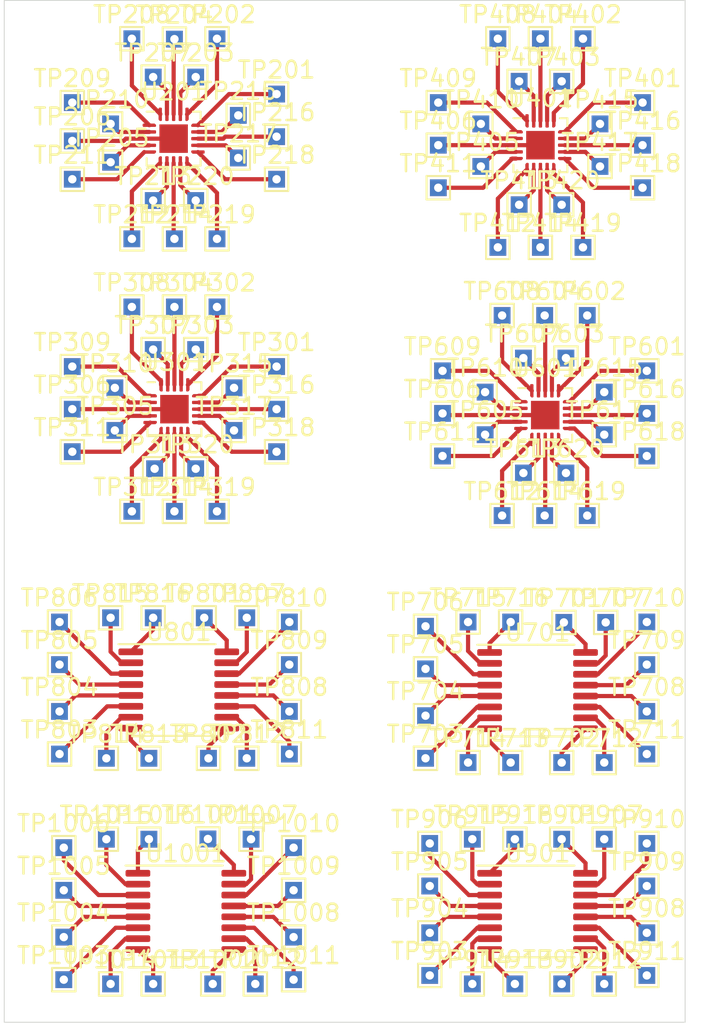
<source format=kicad_pcb>
(kicad_pcb (version 20171130) (host pcbnew 5.1.6-c6e7f7d~87~ubuntu20.04.1)
  (layers (0 F.Cu signal) (31 B.Cu signal) (34 B.Paste user) (35 F.Paste user) (36 B.SilkS user) (37 F.SilkS user) (38 B.Mask user) (39 F.Mask user) (44 Edge.Cuts user))
  (net 0 "")
  (net 1 "Net-(TP201-Pad1)")
  (net 2 "Net-(TP202-Pad1)")
  (net 3 "Net-(TP203-Pad1)")
  (net 4 "Net-(TP204-Pad1)")
  (net 5 "Net-(TP205-Pad1)")
  (net 6 "Net-(TP206-Pad1)")
  (net 7 "Net-(TP207-Pad1)")
  (net 8 "Net-(TP208-Pad1)")
  (net 9 "Net-(TP209-Pad1)")
  (net 10 "Net-(TP210-Pad1)")
  (net 11 "Net-(TP211-Pad1)")
  (net 12 "Net-(TP212-Pad1)")
  (net 13 "Net-(TP213-Pad1)")
  (net 14 "Net-(TP214-Pad1)")
  (net 15 "Net-(TP215-Pad1)")
  (net 16 "Net-(TP216-Pad1)")
  (net 17 "Net-(TP217-Pad1)")
  (net 18 "Net-(TP218-Pad1)")
  (net 19 "Net-(TP219-Pad1)")
  (net 20 "Net-(TP220-Pad1)")
  (net 21 "Net-(TP301-Pad1)")
  (net 22 "Net-(TP302-Pad1)")
  (net 23 "Net-(TP303-Pad1)")
  (net 24 "Net-(TP304-Pad1)")
  (net 25 "Net-(TP305-Pad1)")
  (net 26 "Net-(TP306-Pad1)")
  (net 27 "Net-(TP307-Pad1)")
  (net 28 "Net-(TP308-Pad1)")
  (net 29 "Net-(TP309-Pad1)")
  (net 30 "Net-(TP310-Pad1)")
  (net 31 "Net-(TP311-Pad1)")
  (net 32 "Net-(TP312-Pad1)")
  (net 33 "Net-(TP313-Pad1)")
  (net 34 "Net-(TP314-Pad1)")
  (net 35 "Net-(TP315-Pad1)")
  (net 36 "Net-(TP316-Pad1)")
  (net 37 "Net-(TP317-Pad1)")
  (net 38 "Net-(TP318-Pad1)")
  (net 39 "Net-(TP319-Pad1)")
  (net 40 "Net-(TP320-Pad1)")
  (net 41 "Net-(TP401-Pad1)")
  (net 42 "Net-(TP402-Pad1)")
  (net 43 "Net-(TP403-Pad1)")
  (net 44 "Net-(TP404-Pad1)")
  (net 45 "Net-(TP405-Pad1)")
  (net 46 "Net-(TP406-Pad1)")
  (net 47 "Net-(TP407-Pad1)")
  (net 48 "Net-(TP408-Pad1)")
  (net 49 "Net-(TP409-Pad1)")
  (net 50 "Net-(TP410-Pad1)")
  (net 51 "Net-(TP411-Pad1)")
  (net 52 "Net-(TP412-Pad1)")
  (net 53 "Net-(TP413-Pad1)")
  (net 54 "Net-(TP414-Pad1)")
  (net 55 "Net-(TP415-Pad1)")
  (net 56 "Net-(TP416-Pad1)")
  (net 57 "Net-(TP417-Pad1)")
  (net 58 "Net-(TP418-Pad1)")
  (net 59 "Net-(TP419-Pad1)")
  (net 60 "Net-(TP420-Pad1)")
  (net 61 "Net-(TP601-Pad1)")
  (net 62 "Net-(TP602-Pad1)")
  (net 63 "Net-(TP603-Pad1)")
  (net 64 "Net-(TP604-Pad1)")
  (net 65 "Net-(TP605-Pad1)")
  (net 66 "Net-(TP606-Pad1)")
  (net 67 "Net-(TP607-Pad1)")
  (net 68 "Net-(TP608-Pad1)")
  (net 69 "Net-(TP609-Pad1)")
  (net 70 "Net-(TP610-Pad1)")
  (net 71 "Net-(TP611-Pad1)")
  (net 72 "Net-(TP612-Pad1)")
  (net 73 "Net-(TP613-Pad1)")
  (net 74 "Net-(TP614-Pad1)")
  (net 75 "Net-(TP615-Pad1)")
  (net 76 "Net-(TP616-Pad1)")
  (net 77 "Net-(TP617-Pad1)")
  (net 78 "Net-(TP618-Pad1)")
  (net 79 "Net-(TP619-Pad1)")
  (net 80 "Net-(TP620-Pad1)")
  (net 81 "Net-(TP701-Pad1)")
  (net 82 "Net-(TP702-Pad1)")
  (net 83 "Net-(TP703-Pad1)")
  (net 84 "Net-(TP704-Pad1)")
  (net 85 "Net-(TP705-Pad1)")
  (net 86 "Net-(TP706-Pad1)")
  (net 87 "Net-(TP707-Pad1)")
  (net 88 "Net-(TP708-Pad1)")
  (net 89 "Net-(TP709-Pad1)")
  (net 90 "Net-(TP710-Pad1)")
  (net 91 "Net-(TP711-Pad1)")
  (net 92 "Net-(TP712-Pad1)")
  (net 93 "Net-(TP713-Pad1)")
  (net 94 "Net-(TP714-Pad1)")
  (net 95 "Net-(TP715-Pad1)")
  (net 96 "Net-(TP716-Pad1)")
  (net 97 "Net-(TP801-Pad1)")
  (net 98 "Net-(TP802-Pad1)")
  (net 99 "Net-(TP803-Pad1)")
  (net 100 "Net-(TP804-Pad1)")
  (net 101 "Net-(TP805-Pad1)")
  (net 102 "Net-(TP806-Pad1)")
  (net 103 "Net-(TP807-Pad1)")
  (net 104 "Net-(TP808-Pad1)")
  (net 105 "Net-(TP809-Pad1)")
  (net 106 "Net-(TP810-Pad1)")
  (net 107 "Net-(TP811-Pad1)")
  (net 108 "Net-(TP812-Pad1)")
  (net 109 "Net-(TP813-Pad1)")
  (net 110 "Net-(TP814-Pad1)")
  (net 111 "Net-(TP815-Pad1)")
  (net 112 "Net-(TP816-Pad1)")
  (net 113 "Net-(TP901-Pad1)")
  (net 114 "Net-(TP902-Pad1)")
  (net 115 "Net-(TP903-Pad1)")
  (net 116 "Net-(TP904-Pad1)")
  (net 117 "Net-(TP905-Pad1)")
  (net 118 "Net-(TP906-Pad1)")
  (net 119 "Net-(TP907-Pad1)")
  (net 120 "Net-(TP908-Pad1)")
  (net 121 "Net-(TP909-Pad1)")
  (net 122 "Net-(TP910-Pad1)")
  (net 123 "Net-(TP911-Pad1)")
  (net 124 "Net-(TP912-Pad1)")
  (net 125 "Net-(TP913-Pad1)")
  (net 126 "Net-(TP914-Pad1)")
  (net 127 "Net-(TP915-Pad1)")
  (net 128 "Net-(TP916-Pad1)")
  (net 129 "Net-(TP1001-Pad1)")
  (net 130 "Net-(TP1002-Pad1)")
  (net 131 "Net-(TP1003-Pad1)")
  (net 132 "Net-(TP1004-Pad1)")
  (net 133 "Net-(TP1005-Pad1)")
  (net 134 "Net-(TP1006-Pad1)")
  (net 135 "Net-(TP1007-Pad1)")
  (net 136 "Net-(TP1008-Pad1)")
  (net 137 "Net-(TP1009-Pad1)")
  (net 138 "Net-(TP1010-Pad1)")
  (net 139 "Net-(TP1011-Pad1)")
  (net 140 "Net-(TP1012-Pad1)")
  (net 141 "Net-(TP1013-Pad1)")
  (net 142 "Net-(TP1014-Pad1)")
  (net 143 "Net-(TP1015-Pad1)")
  (net 144 "Net-(TP1016-Pad1)")
  (module TestPoint:TestPoint_THTPad_1.0x1.0mm_Drill0.5mm (layer F.Cu) (at 107.696 131.318)
    (fp_text reference TP1016 (at 0 -1.448) (layer F.SilkS))
    (fp_text value TestPoint)
    (pad 1 thru_hole rect (at 0 0) (size 1 1) (drill 0.5) (layers *.Cu *.Mask) (net 144 "Net-(TP1016-Pad1)"))
  )
  (module TestPoint:TestPoint_THTPad_1.0x1.0mm_Drill0.5mm (layer F.Cu) (at 105.156 131.318)
    (fp_text reference TP1015 (at 0 -1.448) (layer F.SilkS))
    (fp_text value TestPoint)
    (pad 1 thru_hole rect (at 0 0) (size 1 1) (drill 0.5) (layers *.Cu *.Mask) (net 143 "Net-(TP1015-Pad1)"))
  )
  (module TestPoint:TestPoint_THTPad_1.0x1.0mm_Drill0.5mm (layer F.Cu) (at 105.41 139.954)
    (fp_text reference TP1014 (at 0 -1.448) (layer F.SilkS))
    (fp_text value TestPoint)
    (pad 1 thru_hole rect (at 0 0) (size 1 1) (drill 0.5) (layers *.Cu *.Mask) (net 142 "Net-(TP1014-Pad1)"))
  )
  (module TestPoint:TestPoint_THTPad_1.0x1.0mm_Drill0.5mm (layer F.Cu) (at 107.95 139.954)
    (fp_text reference TP1013 (at 0 -1.448) (layer F.SilkS))
    (fp_text value TestPoint)
    (pad 1 thru_hole rect (at 0 0) (size 1 1) (drill 0.5) (layers *.Cu *.Mask) (net 141 "Net-(TP1013-Pad1)"))
  )
  (module TestPoint:TestPoint_THTPad_1.0x1.0mm_Drill0.5mm (layer F.Cu) (at 114.046 139.954)
    (fp_text reference TP1012 (at 0 -1.448) (layer F.SilkS))
    (fp_text value TestPoint)
    (pad 1 thru_hole rect (at 0 0) (size 1 1) (drill 0.5) (layers *.Cu *.Mask) (net 140 "Net-(TP1012-Pad1)"))
  )
  (module TestPoint:TestPoint_THTPad_1.0x1.0mm_Drill0.5mm (layer F.Cu) (at 116.332 139.7)
    (fp_text reference TP1011 (at 0 -1.448) (layer F.SilkS))
    (fp_text value TestPoint)
    (pad 1 thru_hole rect (at 0 0) (size 1 1) (drill 0.5) (layers *.Cu *.Mask) (net 139 "Net-(TP1011-Pad1)"))
  )
  (module TestPoint:TestPoint_THTPad_1.0x1.0mm_Drill0.5mm (layer F.Cu) (at 116.332 131.826)
    (fp_text reference TP1010 (at 0 -1.448) (layer F.SilkS))
    (fp_text value TestPoint)
    (pad 1 thru_hole rect (at 0 0) (size 1 1) (drill 0.5) (layers *.Cu *.Mask) (net 138 "Net-(TP1010-Pad1)"))
  )
  (module TestPoint:TestPoint_THTPad_1.0x1.0mm_Drill0.5mm (layer F.Cu) (at 116.332 134.366)
    (fp_text reference TP1009 (at 0 -1.448) (layer F.SilkS))
    (fp_text value TestPoint)
    (pad 1 thru_hole rect (at 0 0) (size 1 1) (drill 0.5) (layers *.Cu *.Mask) (net 137 "Net-(TP1009-Pad1)"))
  )
  (module TestPoint:TestPoint_THTPad_1.0x1.0mm_Drill0.5mm (layer F.Cu) (at 116.332 137.16)
    (fp_text reference TP1008 (at 0 -1.448) (layer F.SilkS))
    (fp_text value TestPoint)
    (pad 1 thru_hole rect (at 0 0) (size 1 1) (drill 0.5) (layers *.Cu *.Mask) (net 136 "Net-(TP1008-Pad1)"))
  )
  (module TestPoint:TestPoint_THTPad_1.0x1.0mm_Drill0.5mm (layer F.Cu) (at 113.792 131.318)
    (fp_text reference TP1007 (at 0 -1.448) (layer F.SilkS))
    (fp_text value TestPoint)
    (pad 1 thru_hole rect (at 0 0) (size 1 1) (drill 0.5) (layers *.Cu *.Mask) (net 135 "Net-(TP1007-Pad1)"))
  )
  (module TestPoint:TestPoint_THTPad_1.0x1.0mm_Drill0.5mm (layer F.Cu) (at 102.616 131.826)
    (fp_text reference TP1006 (at 0 -1.448) (layer F.SilkS))
    (fp_text value TestPoint)
    (pad 1 thru_hole rect (at 0 0) (size 1 1) (drill 0.5) (layers *.Cu *.Mask) (net 134 "Net-(TP1006-Pad1)"))
  )
  (module TestPoint:TestPoint_THTPad_1.0x1.0mm_Drill0.5mm (layer F.Cu) (at 102.616 134.366)
    (fp_text reference TP1005 (at 0 -1.448) (layer F.SilkS))
    (fp_text value TestPoint)
    (pad 1 thru_hole rect (at 0 0) (size 1 1) (drill 0.5) (layers *.Cu *.Mask) (net 133 "Net-(TP1005-Pad1)"))
  )
  (module TestPoint:TestPoint_THTPad_1.0x1.0mm_Drill0.5mm (layer F.Cu) (at 102.616 137.16)
    (fp_text reference TP1004 (at 0 -1.448) (layer F.SilkS))
    (fp_text value TestPoint)
    (pad 1 thru_hole rect (at 0 0) (size 1 1) (drill 0.5) (layers *.Cu *.Mask) (net 132 "Net-(TP1004-Pad1)"))
  )
  (module TestPoint:TestPoint_THTPad_1.0x1.0mm_Drill0.5mm (layer F.Cu) (at 102.616 139.7)
    (fp_text reference TP1003 (at 0 -1.448) (layer F.SilkS))
    (fp_text value TestPoint)
    (pad 1 thru_hole rect (at 0 0) (size 1 1) (drill 0.5) (layers *.Cu *.Mask) (net 131 "Net-(TP1003-Pad1)"))
  )
  (module TestPoint:TestPoint_THTPad_1.0x1.0mm_Drill0.5mm (layer F.Cu) (at 111.506 139.954)
    (fp_text reference TP1002 (at 0 -1.448) (layer F.SilkS))
    (fp_text value TestPoint)
    (pad 1 thru_hole rect (at 0 0) (size 1 1) (drill 0.5) (layers *.Cu *.Mask) (net 130 "Net-(TP1002-Pad1)"))
  )
  (module TestPoint:TestPoint_THTPad_1.0x1.0mm_Drill0.5mm (layer F.Cu) (at 111.218 131.304)
    (fp_text reference TP1001 (at 0 -1.448) (layer F.SilkS))
    (fp_text value TestPoint)
    (pad 1 thru_hole rect (at 0 0) (size 1 1) (drill 0.5) (layers *.Cu *.Mask) (net 129 "Net-(TP1001-Pad1)"))
  )
  (module TestPoint:TestPoint_THTPad_1.0x1.0mm_Drill0.5mm (layer F.Cu) (at 129.54 131.318)
    (fp_text reference TP916 (at 0 -1.448) (layer F.SilkS))
    (fp_text value TestPoint)
    (pad 1 thru_hole rect (at 0 0) (size 1 1) (drill 0.5) (layers *.Cu *.Mask) (net 128 "Net-(TP916-Pad1)"))
  )
  (module TestPoint:TestPoint_THTPad_1.0x1.0mm_Drill0.5mm (layer F.Cu) (at 127 131.318)
    (fp_text reference TP915 (at 0 -1.448) (layer F.SilkS))
    (fp_text value TestPoint)
    (pad 1 thru_hole rect (at 0 0) (size 1 1) (drill 0.5) (layers *.Cu *.Mask) (net 127 "Net-(TP915-Pad1)"))
  )
  (module TestPoint:TestPoint_THTPad_1.0x1.0mm_Drill0.5mm (layer F.Cu) (at 127 139.954)
    (fp_text reference TP914 (at 0 -1.448) (layer F.SilkS))
    (fp_text value TestPoint)
    (pad 1 thru_hole rect (at 0 0) (size 1 1) (drill 0.5) (layers *.Cu *.Mask) (net 126 "Net-(TP914-Pad1)"))
  )
  (module TestPoint:TestPoint_THTPad_1.0x1.0mm_Drill0.5mm (layer F.Cu) (at 129.54 139.954)
    (fp_text reference TP913 (at 0 -1.448) (layer F.SilkS))
    (fp_text value TestPoint)
    (pad 1 thru_hole rect (at 0 0) (size 1 1) (drill 0.5) (layers *.Cu *.Mask) (net 125 "Net-(TP913-Pad1)"))
  )
  (module TestPoint:TestPoint_THTPad_1.0x1.0mm_Drill0.5mm (layer F.Cu) (at 134.874 139.954)
    (fp_text reference TP912 (at 0 -1.448) (layer F.SilkS))
    (fp_text value TestPoint)
    (pad 1 thru_hole rect (at 0 0) (size 1 1) (drill 0.5) (layers *.Cu *.Mask) (net 124 "Net-(TP912-Pad1)"))
  )
  (module TestPoint:TestPoint_THTPad_1.0x1.0mm_Drill0.5mm (layer F.Cu) (at 137.414 139.446)
    (fp_text reference TP911 (at 0 -1.448) (layer F.SilkS))
    (fp_text value TestPoint)
    (pad 1 thru_hole rect (at 0 0) (size 1 1) (drill 0.5) (layers *.Cu *.Mask) (net 123 "Net-(TP911-Pad1)"))
  )
  (module TestPoint:TestPoint_THTPad_1.0x1.0mm_Drill0.5mm (layer F.Cu) (at 137.414 131.572)
    (fp_text reference TP910 (at 0 -1.448) (layer F.SilkS))
    (fp_text value TestPoint)
    (pad 1 thru_hole rect (at 0 0) (size 1 1) (drill 0.5) (layers *.Cu *.Mask) (net 122 "Net-(TP910-Pad1)"))
  )
  (module TestPoint:TestPoint_THTPad_1.0x1.0mm_Drill0.5mm (layer F.Cu) (at 137.414 134.112)
    (fp_text reference TP909 (at 0 -1.448) (layer F.SilkS))
    (fp_text value TestPoint)
    (pad 1 thru_hole rect (at 0 0) (size 1 1) (drill 0.5) (layers *.Cu *.Mask) (net 121 "Net-(TP909-Pad1)"))
  )
  (module TestPoint:TestPoint_THTPad_1.0x1.0mm_Drill0.5mm (layer F.Cu) (at 137.414 136.906)
    (fp_text reference TP908 (at 0 -1.448) (layer F.SilkS))
    (fp_text value TestPoint)
    (pad 1 thru_hole rect (at 0 0) (size 1 1) (drill 0.5) (layers *.Cu *.Mask) (net 120 "Net-(TP908-Pad1)"))
  )
  (module TestPoint:TestPoint_THTPad_1.0x1.0mm_Drill0.5mm (layer F.Cu) (at 134.874 131.318)
    (fp_text reference TP907 (at 0 -1.448) (layer F.SilkS))
    (fp_text value TestPoint)
    (pad 1 thru_hole rect (at 0 0) (size 1 1) (drill 0.5) (layers *.Cu *.Mask) (net 119 "Net-(TP907-Pad1)"))
  )
  (module TestPoint:TestPoint_THTPad_1.0x1.0mm_Drill0.5mm (layer F.Cu) (at 124.46 131.572)
    (fp_text reference TP906 (at 0 -1.448) (layer F.SilkS))
    (fp_text value TestPoint)
    (pad 1 thru_hole rect (at 0 0) (size 1 1) (drill 0.5) (layers *.Cu *.Mask) (net 118 "Net-(TP906-Pad1)"))
  )
  (module TestPoint:TestPoint_THTPad_1.0x1.0mm_Drill0.5mm (layer F.Cu) (at 124.46 134.112)
    (fp_text reference TP905 (at 0 -1.448) (layer F.SilkS))
    (fp_text value TestPoint)
    (pad 1 thru_hole rect (at 0 0) (size 1 1) (drill 0.5) (layers *.Cu *.Mask) (net 117 "Net-(TP905-Pad1)"))
  )
  (module TestPoint:TestPoint_THTPad_1.0x1.0mm_Drill0.5mm (layer F.Cu) (at 124.46 136.906)
    (fp_text reference TP904 (at 0 -1.448) (layer F.SilkS))
    (fp_text value TestPoint)
    (pad 1 thru_hole rect (at 0 0) (size 1 1) (drill 0.5) (layers *.Cu *.Mask) (net 116 "Net-(TP904-Pad1)"))
  )
  (module TestPoint:TestPoint_THTPad_1.0x1.0mm_Drill0.5mm (layer F.Cu) (at 124.46 139.446)
    (fp_text reference TP903 (at 0 -1.448) (layer F.SilkS))
    (fp_text value TestPoint)
    (pad 1 thru_hole rect (at 0 0) (size 1 1) (drill 0.5) (layers *.Cu *.Mask) (net 115 "Net-(TP903-Pad1)"))
  )
  (module TestPoint:TestPoint_THTPad_1.0x1.0mm_Drill0.5mm (layer F.Cu) (at 132.334 139.954)
    (fp_text reference TP902 (at 0 -1.448) (layer F.SilkS))
    (fp_text value TestPoint)
    (pad 1 thru_hole rect (at 0 0) (size 1 1) (drill 0.5) (layers *.Cu *.Mask) (net 114 "Net-(TP902-Pad1)"))
  )
  (module TestPoint:TestPoint_THTPad_1.0x1.0mm_Drill0.5mm (layer F.Cu) (at 132.334 131.318)
    (fp_text reference TP901 (at 0 -1.448) (layer F.SilkS))
    (fp_text value TestPoint)
    (pad 1 thru_hole rect (at 0 0) (size 1 1) (drill 0.5) (layers *.Cu *.Mask) (net 113 "Net-(TP901-Pad1)"))
  )
  (module TestPoint:TestPoint_THTPad_1.0x1.0mm_Drill0.5mm (layer F.Cu) (at 107.95 118.11)
    (fp_text reference TP816 (at 0 -1.448) (layer F.SilkS))
    (fp_text value TestPoint)
    (pad 1 thru_hole rect (at 0 0) (size 1 1) (drill 0.5) (layers *.Cu *.Mask) (net 112 "Net-(TP816-Pad1)"))
  )
  (module TestPoint:TestPoint_THTPad_1.0x1.0mm_Drill0.5mm (layer F.Cu) (at 105.41 118.11)
    (fp_text reference TP815 (at 0 -1.448) (layer F.SilkS))
    (fp_text value TestPoint)
    (pad 1 thru_hole rect (at 0 0) (size 1 1) (drill 0.5) (layers *.Cu *.Mask) (net 111 "Net-(TP815-Pad1)"))
  )
  (module TestPoint:TestPoint_THTPad_1.0x1.0mm_Drill0.5mm (layer F.Cu) (at 105.156 126.492)
    (fp_text reference TP814 (at 0 -1.448) (layer F.SilkS))
    (fp_text value TestPoint)
    (pad 1 thru_hole rect (at 0 0) (size 1 1) (drill 0.5) (layers *.Cu *.Mask) (net 110 "Net-(TP814-Pad1)"))
  )
  (module TestPoint:TestPoint_THTPad_1.0x1.0mm_Drill0.5mm (layer F.Cu) (at 107.696 126.492)
    (fp_text reference TP813 (at 0 -1.448) (layer F.SilkS))
    (fp_text value TestPoint)
    (pad 1 thru_hole rect (at 0 0) (size 1 1) (drill 0.5) (layers *.Cu *.Mask) (net 109 "Net-(TP813-Pad1)"))
  )
  (module TestPoint:TestPoint_THTPad_1.0x1.0mm_Drill0.5mm (layer F.Cu) (at 113.538 126.492)
    (fp_text reference TP812 (at 0 -1.448) (layer F.SilkS))
    (fp_text value TestPoint)
    (pad 1 thru_hole rect (at 0 0) (size 1 1) (drill 0.5) (layers *.Cu *.Mask) (net 108 "Net-(TP812-Pad1)"))
  )
  (module TestPoint:TestPoint_THTPad_1.0x1.0mm_Drill0.5mm (layer F.Cu) (at 116.078 126.238)
    (fp_text reference TP811 (at 0 -1.448) (layer F.SilkS))
    (fp_text value TestPoint)
    (pad 1 thru_hole rect (at 0 0) (size 1 1) (drill 0.5) (layers *.Cu *.Mask) (net 107 "Net-(TP811-Pad1)"))
  )
  (module TestPoint:TestPoint_THTPad_1.0x1.0mm_Drill0.5mm (layer F.Cu) (at 116.078 118.364)
    (fp_text reference TP810 (at 0 -1.448) (layer F.SilkS))
    (fp_text value TestPoint)
    (pad 1 thru_hole rect (at 0 0) (size 1 1) (drill 0.5) (layers *.Cu *.Mask) (net 106 "Net-(TP810-Pad1)"))
  )
  (module TestPoint:TestPoint_THTPad_1.0x1.0mm_Drill0.5mm (layer F.Cu) (at 116.078 120.904)
    (fp_text reference TP809 (at 0 -1.448) (layer F.SilkS))
    (fp_text value TestPoint)
    (pad 1 thru_hole rect (at 0 0) (size 1 1) (drill 0.5) (layers *.Cu *.Mask) (net 105 "Net-(TP809-Pad1)"))
  )
  (module TestPoint:TestPoint_THTPad_1.0x1.0mm_Drill0.5mm (layer F.Cu) (at 116.078 123.698)
    (fp_text reference TP808 (at 0 -1.448) (layer F.SilkS))
    (fp_text value TestPoint)
    (pad 1 thru_hole rect (at 0 0) (size 1 1) (drill 0.5) (layers *.Cu *.Mask) (net 104 "Net-(TP808-Pad1)"))
  )
  (module TestPoint:TestPoint_THTPad_1.0x1.0mm_Drill0.5mm (layer F.Cu) (at 113.538 118.11)
    (fp_text reference TP807 (at 0 -1.448) (layer F.SilkS))
    (fp_text value TestPoint)
    (pad 1 thru_hole rect (at 0 0) (size 1 1) (drill 0.5) (layers *.Cu *.Mask) (net 103 "Net-(TP807-Pad1)"))
  )
  (module TestPoint:TestPoint_THTPad_1.0x1.0mm_Drill0.5mm (layer F.Cu) (at 102.362 118.364)
    (fp_text reference TP806 (at 0 -1.448) (layer F.SilkS))
    (fp_text value TestPoint)
    (pad 1 thru_hole rect (at 0 0) (size 1 1) (drill 0.5) (layers *.Cu *.Mask) (net 102 "Net-(TP806-Pad1)"))
  )
  (module TestPoint:TestPoint_THTPad_1.0x1.0mm_Drill0.5mm (layer F.Cu) (at 102.362 120.904)
    (fp_text reference TP805 (at 0 -1.448) (layer F.SilkS))
    (fp_text value TestPoint)
    (pad 1 thru_hole rect (at 0 0) (size 1 1) (drill 0.5) (layers *.Cu *.Mask) (net 101 "Net-(TP805-Pad1)"))
  )
  (module TestPoint:TestPoint_THTPad_1.0x1.0mm_Drill0.5mm (layer F.Cu) (at 102.362 123.698)
    (fp_text reference TP804 (at 0 -1.448) (layer F.SilkS))
    (fp_text value TestPoint)
    (pad 1 thru_hole rect (at 0 0) (size 1 1) (drill 0.5) (layers *.Cu *.Mask) (net 100 "Net-(TP804-Pad1)"))
  )
  (module TestPoint:TestPoint_THTPad_1.0x1.0mm_Drill0.5mm (layer F.Cu) (at 102.362 126.238)
    (fp_text reference TP803 (at 0 -1.448) (layer F.SilkS))
    (fp_text value TestPoint)
    (pad 1 thru_hole rect (at 0 0) (size 1 1) (drill 0.5) (layers *.Cu *.Mask) (net 99 "Net-(TP803-Pad1)"))
  )
  (module TestPoint:TestPoint_THTPad_1.0x1.0mm_Drill0.5mm (layer F.Cu) (at 111.252 126.492)
    (fp_text reference TP802 (at 0 -1.448) (layer F.SilkS))
    (fp_text value TestPoint)
    (pad 1 thru_hole rect (at 0 0) (size 1 1) (drill 0.5) (layers *.Cu *.Mask) (net 98 "Net-(TP802-Pad1)"))
  )
  (module TestPoint:TestPoint_THTPad_1.0x1.0mm_Drill0.5mm (layer F.Cu) (at 110.998 118.11)
    (fp_text reference TP801 (at 0 -1.448) (layer F.SilkS))
    (fp_text value TestPoint)
    (pad 1 thru_hole rect (at 0 0) (size 1 1) (drill 0.5) (layers *.Cu *.Mask) (net 97 "Net-(TP801-Pad1)"))
  )
  (module TestPoint:TestPoint_THTPad_1.0x1.0mm_Drill0.5mm (layer F.Cu) (at 129.286 118.364)
    (fp_text reference TP716 (at 0 -1.448) (layer F.SilkS))
    (fp_text value TestPoint)
    (pad 1 thru_hole rect (at 0 0) (size 1 1) (drill 0.5) (layers *.Cu *.Mask) (net 96 "Net-(TP716-Pad1)"))
  )
  (module TestPoint:TestPoint_THTPad_1.0x1.0mm_Drill0.5mm (layer F.Cu) (at 126.746 118.364)
    (fp_text reference TP715 (at 0 -1.448) (layer F.SilkS))
    (fp_text value TestPoint)
    (pad 1 thru_hole rect (at 0 0) (size 1 1) (drill 0.5) (layers *.Cu *.Mask) (net 95 "Net-(TP715-Pad1)"))
  )
  (module TestPoint:TestPoint_THTPad_1.0x1.0mm_Drill0.5mm (layer F.Cu) (at 126.746 126.746)
    (fp_text reference TP714 (at 0 -1.448) (layer F.SilkS))
    (fp_text value TestPoint)
    (pad 1 thru_hole rect (at 0 0) (size 1 1) (drill 0.5) (layers *.Cu *.Mask) (net 94 "Net-(TP714-Pad1)"))
  )
  (module TestPoint:TestPoint_THTPad_1.0x1.0mm_Drill0.5mm (layer F.Cu) (at 129.286 126.746)
    (fp_text reference TP713 (at 0 -1.448) (layer F.SilkS))
    (fp_text value TestPoint)
    (pad 1 thru_hole rect (at 0 0) (size 1 1) (drill 0.5) (layers *.Cu *.Mask) (net 93 "Net-(TP713-Pad1)"))
  )
  (module TestPoint:TestPoint_THTPad_1.0x1.0mm_Drill0.5mm (layer F.Cu) (at 134.874 126.746)
    (fp_text reference TP712 (at 0 -1.448) (layer F.SilkS))
    (fp_text value TestPoint)
    (pad 1 thru_hole rect (at 0 0) (size 1 1) (drill 0.5) (layers *.Cu *.Mask) (net 92 "Net-(TP712-Pad1)"))
  )
  (module TestPoint:TestPoint_THTPad_1.0x1.0mm_Drill0.5mm (layer F.Cu) (at 137.414 126.238)
    (fp_text reference TP711 (at 0 -1.448) (layer F.SilkS))
    (fp_text value TestPoint)
    (pad 1 thru_hole rect (at 0 0) (size 1 1) (drill 0.5) (layers *.Cu *.Mask) (net 91 "Net-(TP711-Pad1)"))
  )
  (module TestPoint:TestPoint_THTPad_1.0x1.0mm_Drill0.5mm (layer F.Cu) (at 137.414 118.364)
    (fp_text reference TP710 (at 0 -1.448) (layer F.SilkS))
    (fp_text value TestPoint)
    (pad 1 thru_hole rect (at 0 0) (size 1 1) (drill 0.5) (layers *.Cu *.Mask) (net 90 "Net-(TP710-Pad1)"))
  )
  (module TestPoint:TestPoint_THTPad_1.0x1.0mm_Drill0.5mm (layer F.Cu) (at 137.414 120.904)
    (fp_text reference TP709 (at 0 -1.448) (layer F.SilkS))
    (fp_text value TestPoint)
    (pad 1 thru_hole rect (at 0 0) (size 1 1) (drill 0.5) (layers *.Cu *.Mask) (net 89 "Net-(TP709-Pad1)"))
  )
  (module TestPoint:TestPoint_THTPad_1.0x1.0mm_Drill0.5mm (layer F.Cu) (at 137.414 123.698)
    (fp_text reference TP708 (at 0 -1.448) (layer F.SilkS))
    (fp_text value TestPoint)
    (pad 1 thru_hole rect (at 0 0) (size 1 1) (drill 0.5) (layers *.Cu *.Mask) (net 88 "Net-(TP708-Pad1)"))
  )
  (module TestPoint:TestPoint_THTPad_1.0x1.0mm_Drill0.5mm (layer F.Cu) (at 134.96 118.386)
    (fp_text reference TP707 (at 0 -1.448) (layer F.SilkS))
    (fp_text value TestPoint)
    (pad 1 thru_hole rect (at 0 0) (size 1 1) (drill 0.5) (layers *.Cu *.Mask) (net 87 "Net-(TP707-Pad1)"))
  )
  (module TestPoint:TestPoint_THTPad_1.0x1.0mm_Drill0.5mm (layer F.Cu) (at 124.206 118.618)
    (fp_text reference TP706 (at 0 -1.448) (layer F.SilkS))
    (fp_text value TestPoint)
    (pad 1 thru_hole rect (at 0 0) (size 1 1) (drill 0.5) (layers *.Cu *.Mask) (net 86 "Net-(TP706-Pad1)"))
  )
  (module TestPoint:TestPoint_THTPad_1.0x1.0mm_Drill0.5mm (layer F.Cu) (at 124.206 121.158)
    (fp_text reference TP705 (at 0 -1.448) (layer F.SilkS))
    (fp_text value TestPoint)
    (pad 1 thru_hole rect (at 0 0) (size 1 1) (drill 0.5) (layers *.Cu *.Mask) (net 85 "Net-(TP705-Pad1)"))
  )
  (module TestPoint:TestPoint_THTPad_1.0x1.0mm_Drill0.5mm (layer F.Cu) (at 124.206 123.952)
    (fp_text reference TP704 (at 0 -1.448) (layer F.SilkS))
    (fp_text value TestPoint)
    (pad 1 thru_hole rect (at 0 0) (size 1 1) (drill 0.5) (layers *.Cu *.Mask) (net 84 "Net-(TP704-Pad1)"))
  )
  (module TestPoint:TestPoint_THTPad_1.0x1.0mm_Drill0.5mm (layer F.Cu) (at 124.206 126.492)
    (fp_text reference TP703 (at 0 -1.448) (layer F.SilkS))
    (fp_text value TestPoint)
    (pad 1 thru_hole rect (at 0 0) (size 1 1) (drill 0.5) (layers *.Cu *.Mask) (net 83 "Net-(TP703-Pad1)"))
  )
  (module TestPoint:TestPoint_THTPad_1.0x1.0mm_Drill0.5mm (layer F.Cu) (at 132.334 126.746)
    (fp_text reference TP702 (at 0 -1.448) (layer F.SilkS))
    (fp_text value TestPoint)
    (pad 1 thru_hole rect (at 0 0) (size 1 1) (drill 0.5) (layers *.Cu *.Mask) (net 82 "Net-(TP702-Pad1)"))
  )
  (module TestPoint:TestPoint_THTPad_1.0x1.0mm_Drill0.5mm (layer F.Cu) (at 132.464 118.386)
    (fp_text reference TP701 (at 0 -1.448) (layer F.SilkS))
    (fp_text value TestPoint)
    (pad 1 thru_hole rect (at 0 0) (size 1 1) (drill 0.5) (layers *.Cu *.Mask) (net 81 "Net-(TP701-Pad1)"))
  )
  (module TestPoint:TestPoint_THTPad_1.0x1.0mm_Drill0.5mm (layer F.Cu) (at 132.588 109.474)
    (fp_text reference TP620 (at 0 -1.448) (layer F.SilkS))
    (fp_text value TestPoint)
    (pad 1 thru_hole rect (at 0 0) (size 1 1) (drill 0.5) (layers *.Cu *.Mask) (net 80 "Net-(TP620-Pad1)"))
  )
  (module TestPoint:TestPoint_THTPad_1.0x1.0mm_Drill0.5mm (layer F.Cu) (at 133.858 112.014)
    (fp_text reference TP619 (at 0 -1.448) (layer F.SilkS))
    (fp_text value TestPoint)
    (pad 1 thru_hole rect (at 0 0) (size 1 1) (drill 0.5) (layers *.Cu *.Mask) (net 79 "Net-(TP619-Pad1)"))
  )
  (module TestPoint:TestPoint_THTPad_1.0x1.0mm_Drill0.5mm (layer F.Cu) (at 137.414 108.458)
    (fp_text reference TP618 (at 0 -1.448) (layer F.SilkS))
    (fp_text value TestPoint)
    (pad 1 thru_hole rect (at 0 0) (size 1 1) (drill 0.5) (layers *.Cu *.Mask) (net 78 "Net-(TP618-Pad1)"))
  )
  (module TestPoint:TestPoint_THTPad_1.0x1.0mm_Drill0.5mm (layer F.Cu) (at 134.874 107.188)
    (fp_text reference TP617 (at 0 -1.448) (layer F.SilkS))
    (fp_text value TestPoint)
    (pad 1 thru_hole rect (at 0 0) (size 1 1) (drill 0.5) (layers *.Cu *.Mask) (net 77 "Net-(TP617-Pad1)"))
  )
  (module TestPoint:TestPoint_THTPad_1.0x1.0mm_Drill0.5mm (layer F.Cu) (at 137.414 105.918)
    (fp_text reference TP616 (at 0 -1.448) (layer F.SilkS))
    (fp_text value TestPoint)
    (pad 1 thru_hole rect (at 0 0) (size 1 1) (drill 0.5) (layers *.Cu *.Mask) (net 76 "Net-(TP616-Pad1)"))
  )
  (module TestPoint:TestPoint_THTPad_1.0x1.0mm_Drill0.5mm (layer F.Cu) (at 134.874 104.648)
    (fp_text reference TP615 (at 0 -1.448) (layer F.SilkS))
    (fp_text value TestPoint)
    (pad 1 thru_hole rect (at 0 0) (size 1 1) (drill 0.5) (layers *.Cu *.Mask) (net 75 "Net-(TP615-Pad1)"))
  )
  (module TestPoint:TestPoint_THTPad_1.0x1.0mm_Drill0.5mm (layer F.Cu) (at 131.318 112.014)
    (fp_text reference TP614 (at 0 -1.448) (layer F.SilkS))
    (fp_text value TestPoint)
    (pad 1 thru_hole rect (at 0 0) (size 1 1) (drill 0.5) (layers *.Cu *.Mask) (net 74 "Net-(TP614-Pad1)"))
  )
  (module TestPoint:TestPoint_THTPad_1.0x1.0mm_Drill0.5mm (layer F.Cu) (at 130.048 109.474)
    (fp_text reference TP613 (at 0 -1.448) (layer F.SilkS))
    (fp_text value TestPoint)
    (pad 1 thru_hole rect (at 0 0) (size 1 1) (drill 0.5) (layers *.Cu *.Mask) (net 73 "Net-(TP613-Pad1)"))
  )
  (module TestPoint:TestPoint_THTPad_1.0x1.0mm_Drill0.5mm (layer F.Cu) (at 128.778 112.014)
    (fp_text reference TP612 (at 0 -1.448) (layer F.SilkS))
    (fp_text value TestPoint)
    (pad 1 thru_hole rect (at 0 0) (size 1 1) (drill 0.5) (layers *.Cu *.Mask) (net 72 "Net-(TP612-Pad1)"))
  )
  (module TestPoint:TestPoint_THTPad_1.0x1.0mm_Drill0.5mm (layer F.Cu) (at 125.222 108.458)
    (fp_text reference TP611 (at 0 -1.448) (layer F.SilkS))
    (fp_text value TestPoint)
    (pad 1 thru_hole rect (at 0 0) (size 1 1) (drill 0.5) (layers *.Cu *.Mask) (net 71 "Net-(TP611-Pad1)"))
  )
  (module TestPoint:TestPoint_THTPad_1.0x1.0mm_Drill0.5mm (layer F.Cu) (at 127.762 104.648)
    (fp_text reference TP610 (at 0 -1.448) (layer F.SilkS))
    (fp_text value TestPoint)
    (pad 1 thru_hole rect (at 0 0) (size 1 1) (drill 0.5) (layers *.Cu *.Mask) (net 70 "Net-(TP610-Pad1)"))
  )
  (module TestPoint:TestPoint_THTPad_1.0x1.0mm_Drill0.5mm (layer F.Cu) (at 125.222 103.378)
    (fp_text reference TP609 (at 0 -1.448) (layer F.SilkS))
    (fp_text value TestPoint)
    (pad 1 thru_hole rect (at 0 0) (size 1 1) (drill 0.5) (layers *.Cu *.Mask) (net 69 "Net-(TP609-Pad1)"))
  )
  (module TestPoint:TestPoint_THTPad_1.0x1.0mm_Drill0.5mm (layer F.Cu) (at 128.778 100.076)
    (fp_text reference TP608 (at 0 -1.448) (layer F.SilkS))
    (fp_text value TestPoint)
    (pad 1 thru_hole rect (at 0 0) (size 1 1) (drill 0.5) (layers *.Cu *.Mask) (net 68 "Net-(TP608-Pad1)"))
  )
  (module TestPoint:TestPoint_THTPad_1.0x1.0mm_Drill0.5mm (layer F.Cu) (at 130.048 102.616)
    (fp_text reference TP607 (at 0 -1.448) (layer F.SilkS))
    (fp_text value TestPoint)
    (pad 1 thru_hole rect (at 0 0) (size 1 1) (drill 0.5) (layers *.Cu *.Mask) (net 67 "Net-(TP607-Pad1)"))
  )
  (module TestPoint:TestPoint_THTPad_1.0x1.0mm_Drill0.5mm (layer F.Cu) (at 125.222 105.918)
    (fp_text reference TP606 (at 0 -1.448) (layer F.SilkS))
    (fp_text value TestPoint)
    (pad 1 thru_hole rect (at 0 0) (size 1 1) (drill 0.5) (layers *.Cu *.Mask) (net 66 "Net-(TP606-Pad1)"))
  )
  (module TestPoint:TestPoint_THTPad_1.0x1.0mm_Drill0.5mm (layer F.Cu) (at 127.762 107.188)
    (fp_text reference TP605 (at 0 -1.448) (layer F.SilkS))
    (fp_text value TestPoint)
    (pad 1 thru_hole rect (at 0 0) (size 1 1) (drill 0.5) (layers *.Cu *.Mask) (net 65 "Net-(TP605-Pad1)"))
  )
  (module TestPoint:TestPoint_THTPad_1.0x1.0mm_Drill0.5mm (layer F.Cu) (at 131.318 100.076)
    (fp_text reference TP604 (at 0 -1.448) (layer F.SilkS))
    (fp_text value TestPoint)
    (pad 1 thru_hole rect (at 0 0) (size 1 1) (drill 0.5) (layers *.Cu *.Mask) (net 64 "Net-(TP604-Pad1)"))
  )
  (module TestPoint:TestPoint_THTPad_1.0x1.0mm_Drill0.5mm (layer F.Cu) (at 132.588 102.616)
    (fp_text reference TP603 (at 0 -1.448) (layer F.SilkS))
    (fp_text value TestPoint)
    (pad 1 thru_hole rect (at 0 0) (size 1 1) (drill 0.5) (layers *.Cu *.Mask) (net 63 "Net-(TP603-Pad1)"))
  )
  (module TestPoint:TestPoint_THTPad_1.0x1.0mm_Drill0.5mm (layer F.Cu) (at 133.858 100.076)
    (fp_text reference TP602 (at 0 -1.448) (layer F.SilkS))
    (fp_text value TestPoint)
    (pad 1 thru_hole rect (at 0 0) (size 1 1) (drill 0.5) (layers *.Cu *.Mask) (net 62 "Net-(TP602-Pad1)"))
  )
  (module TestPoint:TestPoint_THTPad_1.0x1.0mm_Drill0.5mm (layer F.Cu) (at 137.414 103.378)
    (fp_text reference TP601 (at 0 -1.448) (layer F.SilkS))
    (fp_text value TestPoint)
    (pad 1 thru_hole rect (at 0 0) (size 1 1) (drill 0.5) (layers *.Cu *.Mask) (net 61 "Net-(TP601-Pad1)"))
  )
  (module TestPoint:TestPoint_THTPad_1.0x1.0mm_Drill0.5mm (layer F.Cu) (at 132.334 93.472)
    (fp_text reference TP420 (at 0 -1.448) (layer F.SilkS))
    (fp_text value TestPoint)
    (pad 1 thru_hole rect (at 0 0) (size 1 1) (drill 0.5) (layers *.Cu *.Mask) (net 60 "Net-(TP420-Pad1)"))
  )
  (module TestPoint:TestPoint_THTPad_1.0x1.0mm_Drill0.5mm (layer F.Cu) (at 133.604 96.012)
    (fp_text reference TP419 (at 0 -1.448) (layer F.SilkS))
    (fp_text value TestPoint)
    (pad 1 thru_hole rect (at 0 0) (size 1 1) (drill 0.5) (layers *.Cu *.Mask) (net 59 "Net-(TP419-Pad1)"))
  )
  (module TestPoint:TestPoint_THTPad_1.0x1.0mm_Drill0.5mm (layer F.Cu) (at 137.16 92.456)
    (fp_text reference TP418 (at 0 -1.448) (layer F.SilkS))
    (fp_text value TestPoint)
    (pad 1 thru_hole rect (at 0 0) (size 1 1) (drill 0.5) (layers *.Cu *.Mask) (net 58 "Net-(TP418-Pad1)"))
  )
  (module TestPoint:TestPoint_THTPad_1.0x1.0mm_Drill0.5mm (layer F.Cu) (at 134.62 91.186)
    (fp_text reference TP417 (at 0 -1.448) (layer F.SilkS))
    (fp_text value TestPoint)
    (pad 1 thru_hole rect (at 0 0) (size 1 1) (drill 0.5) (layers *.Cu *.Mask) (net 57 "Net-(TP417-Pad1)"))
  )
  (module TestPoint:TestPoint_THTPad_1.0x1.0mm_Drill0.5mm (layer F.Cu) (at 137.16 89.916)
    (fp_text reference TP416 (at 0 -1.448) (layer F.SilkS))
    (fp_text value TestPoint)
    (pad 1 thru_hole rect (at 0 0) (size 1 1) (drill 0.5) (layers *.Cu *.Mask) (net 56 "Net-(TP416-Pad1)"))
  )
  (module TestPoint:TestPoint_THTPad_1.0x1.0mm_Drill0.5mm (layer F.Cu) (at 134.62 88.646)
    (fp_text reference TP415 (at 0 -1.448) (layer F.SilkS))
    (fp_text value TestPoint)
    (pad 1 thru_hole rect (at 0 0) (size 1 1) (drill 0.5) (layers *.Cu *.Mask) (net 55 "Net-(TP415-Pad1)"))
  )
  (module TestPoint:TestPoint_THTPad_1.0x1.0mm_Drill0.5mm (layer F.Cu) (at 131.064 96.012)
    (fp_text reference TP414 (at 0 -1.448) (layer F.SilkS))
    (fp_text value TestPoint)
    (pad 1 thru_hole rect (at 0 0) (size 1 1) (drill 0.5) (layers *.Cu *.Mask) (net 54 "Net-(TP414-Pad1)"))
  )
  (module TestPoint:TestPoint_THTPad_1.0x1.0mm_Drill0.5mm (layer F.Cu) (at 129.794 93.472)
    (fp_text reference TP413 (at 0 -1.448) (layer F.SilkS))
    (fp_text value TestPoint)
    (pad 1 thru_hole rect (at 0 0) (size 1 1) (drill 0.5) (layers *.Cu *.Mask) (net 53 "Net-(TP413-Pad1)"))
  )
  (module TestPoint:TestPoint_THTPad_1.0x1.0mm_Drill0.5mm (layer F.Cu) (at 128.524 96.012)
    (fp_text reference TP412 (at 0 -1.448) (layer F.SilkS))
    (fp_text value TestPoint)
    (pad 1 thru_hole rect (at 0 0) (size 1 1) (drill 0.5) (layers *.Cu *.Mask) (net 52 "Net-(TP412-Pad1)"))
  )
  (module TestPoint:TestPoint_THTPad_1.0x1.0mm_Drill0.5mm (layer F.Cu) (at 124.968 92.456)
    (fp_text reference TP411 (at 0 -1.448) (layer F.SilkS))
    (fp_text value TestPoint)
    (pad 1 thru_hole rect (at 0 0) (size 1 1) (drill 0.5) (layers *.Cu *.Mask) (net 51 "Net-(TP411-Pad1)"))
  )
  (module TestPoint:TestPoint_THTPad_1.0x1.0mm_Drill0.5mm (layer F.Cu) (at 127.508 88.646)
    (fp_text reference TP410 (at 0 -1.448) (layer F.SilkS))
    (fp_text value TestPoint)
    (pad 1 thru_hole rect (at 0 0) (size 1 1) (drill 0.5) (layers *.Cu *.Mask) (net 50 "Net-(TP410-Pad1)"))
  )
  (module TestPoint:TestPoint_THTPad_1.0x1.0mm_Drill0.5mm (layer F.Cu) (at 124.968 87.376)
    (fp_text reference TP409 (at 0 -1.448) (layer F.SilkS))
    (fp_text value TestPoint)
    (pad 1 thru_hole rect (at 0 0) (size 1 1) (drill 0.5) (layers *.Cu *.Mask) (net 49 "Net-(TP409-Pad1)"))
  )
  (module TestPoint:TestPoint_THTPad_1.0x1.0mm_Drill0.5mm (layer F.Cu) (at 128.524 83.566)
    (fp_text reference TP408 (at 0 -1.448) (layer F.SilkS))
    (fp_text value TestPoint)
    (pad 1 thru_hole rect (at 0 0) (size 1 1) (drill 0.5) (layers *.Cu *.Mask) (net 48 "Net-(TP408-Pad1)"))
  )
  (module TestPoint:TestPoint_THTPad_1.0x1.0mm_Drill0.5mm (layer F.Cu) (at 129.794 86.106)
    (fp_text reference TP407 (at 0 -1.448) (layer F.SilkS))
    (fp_text value TestPoint)
    (pad 1 thru_hole rect (at 0 0) (size 1 1) (drill 0.5) (layers *.Cu *.Mask) (net 47 "Net-(TP407-Pad1)"))
  )
  (module TestPoint:TestPoint_THTPad_1.0x1.0mm_Drill0.5mm (layer F.Cu) (at 124.968 89.916)
    (fp_text reference TP406 (at 0 -1.448) (layer F.SilkS))
    (fp_text value TestPoint)
    (pad 1 thru_hole rect (at 0 0) (size 1 1) (drill 0.5) (layers *.Cu *.Mask) (net 46 "Net-(TP406-Pad1)"))
  )
  (module TestPoint:TestPoint_THTPad_1.0x1.0mm_Drill0.5mm (layer F.Cu) (at 127.508 91.186)
    (fp_text reference TP405 (at 0 -1.448) (layer F.SilkS))
    (fp_text value TestPoint)
    (pad 1 thru_hole rect (at 0 0) (size 1 1) (drill 0.5) (layers *.Cu *.Mask) (net 45 "Net-(TP405-Pad1)"))
  )
  (module TestPoint:TestPoint_THTPad_1.0x1.0mm_Drill0.5mm (layer F.Cu) (at 131.064 83.566)
    (fp_text reference TP404 (at 0 -1.448) (layer F.SilkS))
    (fp_text value TestPoint)
    (pad 1 thru_hole rect (at 0 0) (size 1 1) (drill 0.5) (layers *.Cu *.Mask) (net 44 "Net-(TP404-Pad1)"))
  )
  (module TestPoint:TestPoint_THTPad_1.0x1.0mm_Drill0.5mm (layer F.Cu) (at 132.334 86.106)
    (fp_text reference TP403 (at 0 -1.448) (layer F.SilkS))
    (fp_text value TestPoint)
    (pad 1 thru_hole rect (at 0 0) (size 1 1) (drill 0.5) (layers *.Cu *.Mask) (net 43 "Net-(TP403-Pad1)"))
  )
  (module TestPoint:TestPoint_THTPad_1.0x1.0mm_Drill0.5mm (layer F.Cu) (at 133.604 83.566)
    (fp_text reference TP402 (at 0 -1.448) (layer F.SilkS))
    (fp_text value TestPoint)
    (pad 1 thru_hole rect (at 0 0) (size 1 1) (drill 0.5) (layers *.Cu *.Mask) (net 42 "Net-(TP402-Pad1)"))
  )
  (module TestPoint:TestPoint_THTPad_1.0x1.0mm_Drill0.5mm (layer F.Cu) (at 137.16 87.376)
    (fp_text reference TP401 (at 0 -1.448) (layer F.SilkS))
    (fp_text value TestPoint)
    (pad 1 thru_hole rect (at 0 0) (size 1 1) (drill 0.5) (layers *.Cu *.Mask) (net 41 "Net-(TP401-Pad1)"))
  )
  (module TestPoint:TestPoint_THTPad_1.0x1.0mm_Drill0.5mm (layer F.Cu) (at 110.49 109.22)
    (fp_text reference TP320 (at 0 -1.448) (layer F.SilkS))
    (fp_text value TestPoint)
    (pad 1 thru_hole rect (at 0 0) (size 1 1) (drill 0.5) (layers *.Cu *.Mask) (net 40 "Net-(TP320-Pad1)"))
  )
  (module TestPoint:TestPoint_THTPad_1.0x1.0mm_Drill0.5mm (layer F.Cu) (at 111.76 111.76)
    (fp_text reference TP319 (at 0 -1.448) (layer F.SilkS))
    (fp_text value TestPoint)
    (pad 1 thru_hole rect (at 0 0) (size 1 1) (drill 0.5) (layers *.Cu *.Mask) (net 39 "Net-(TP319-Pad1)"))
  )
  (module TestPoint:TestPoint_THTPad_1.0x1.0mm_Drill0.5mm (layer F.Cu) (at 115.316 108.204)
    (fp_text reference TP318 (at 0 -1.448) (layer F.SilkS))
    (fp_text value TestPoint)
    (pad 1 thru_hole rect (at 0 0) (size 1 1) (drill 0.5) (layers *.Cu *.Mask) (net 38 "Net-(TP318-Pad1)"))
  )
  (module TestPoint:TestPoint_THTPad_1.0x1.0mm_Drill0.5mm (layer F.Cu) (at 112.776 106.934)
    (fp_text reference TP317 (at 0 -1.448) (layer F.SilkS))
    (fp_text value TestPoint)
    (pad 1 thru_hole rect (at 0 0) (size 1 1) (drill 0.5) (layers *.Cu *.Mask) (net 37 "Net-(TP317-Pad1)"))
  )
  (module TestPoint:TestPoint_THTPad_1.0x1.0mm_Drill0.5mm (layer F.Cu) (at 115.316 105.664)
    (fp_text reference TP316 (at 0 -1.448) (layer F.SilkS))
    (fp_text value TestPoint)
    (pad 1 thru_hole rect (at 0 0) (size 1 1) (drill 0.5) (layers *.Cu *.Mask) (net 36 "Net-(TP316-Pad1)"))
  )
  (module TestPoint:TestPoint_THTPad_1.0x1.0mm_Drill0.5mm (layer F.Cu) (at 112.776 104.394)
    (fp_text reference TP315 (at 0 -1.448) (layer F.SilkS))
    (fp_text value TestPoint)
    (pad 1 thru_hole rect (at 0 0) (size 1 1) (drill 0.5) (layers *.Cu *.Mask) (net 35 "Net-(TP315-Pad1)"))
  )
  (module TestPoint:TestPoint_THTPad_1.0x1.0mm_Drill0.5mm (layer F.Cu) (at 109.22 111.76)
    (fp_text reference TP314 (at 0 -1.448) (layer F.SilkS))
    (fp_text value TestPoint)
    (pad 1 thru_hole rect (at 0 0) (size 1 1) (drill 0.5) (layers *.Cu *.Mask) (net 34 "Net-(TP314-Pad1)"))
  )
  (module TestPoint:TestPoint_THTPad_1.0x1.0mm_Drill0.5mm (layer F.Cu) (at 108.038 109.22)
    (fp_text reference TP313 (at 0 -1.448) (layer F.SilkS))
    (fp_text value TestPoint)
    (pad 1 thru_hole rect (at 0 0) (size 1 1) (drill 0.5) (layers *.Cu *.Mask) (net 33 "Net-(TP313-Pad1)"))
  )
  (module TestPoint:TestPoint_THTPad_1.0x1.0mm_Drill0.5mm (layer F.Cu) (at 106.68 111.76)
    (fp_text reference TP312 (at 0 -1.448) (layer F.SilkS))
    (fp_text value TestPoint)
    (pad 1 thru_hole rect (at 0 0) (size 1 1) (drill 0.5) (layers *.Cu *.Mask) (net 32 "Net-(TP312-Pad1)"))
  )
  (module TestPoint:TestPoint_THTPad_1.0x1.0mm_Drill0.5mm (layer F.Cu) (at 103.124 108.204)
    (fp_text reference TP311 (at 0 -1.448) (layer F.SilkS))
    (fp_text value TestPoint)
    (pad 1 thru_hole rect (at 0 0) (size 1 1) (drill 0.5) (layers *.Cu *.Mask) (net 31 "Net-(TP311-Pad1)"))
  )
  (module TestPoint:TestPoint_THTPad_1.0x1.0mm_Drill0.5mm (layer F.Cu) (at 105.664 104.394)
    (fp_text reference TP310 (at 0 -1.448) (layer F.SilkS))
    (fp_text value TestPoint)
    (pad 1 thru_hole rect (at 0 0) (size 1 1) (drill 0.5) (layers *.Cu *.Mask) (net 30 "Net-(TP310-Pad1)"))
  )
  (module TestPoint:TestPoint_THTPad_1.0x1.0mm_Drill0.5mm (layer F.Cu) (at 103.124 103.124)
    (fp_text reference TP309 (at 0 -1.448) (layer F.SilkS))
    (fp_text value TestPoint)
    (pad 1 thru_hole rect (at 0 0) (size 1 1) (drill 0.5) (layers *.Cu *.Mask) (net 29 "Net-(TP309-Pad1)"))
  )
  (module TestPoint:TestPoint_THTPad_1.0x1.0mm_Drill0.5mm (layer F.Cu) (at 106.68 99.568)
    (fp_text reference TP308 (at 0 -1.448) (layer F.SilkS))
    (fp_text value TestPoint)
    (pad 1 thru_hole rect (at 0 0) (size 1 1) (drill 0.5) (layers *.Cu *.Mask) (net 28 "Net-(TP308-Pad1)"))
  )
  (module TestPoint:TestPoint_THTPad_1.0x1.0mm_Drill0.5mm (layer F.Cu) (at 107.95 102.108)
    (fp_text reference TP307 (at 0 -1.448) (layer F.SilkS))
    (fp_text value TestPoint)
    (pad 1 thru_hole rect (at 0 0) (size 1 1) (drill 0.5) (layers *.Cu *.Mask) (net 27 "Net-(TP307-Pad1)"))
  )
  (module TestPoint:TestPoint_THTPad_1.0x1.0mm_Drill0.5mm (layer F.Cu) (at 103.124 105.664)
    (fp_text reference TP306 (at 0 -1.448) (layer F.SilkS))
    (fp_text value TestPoint)
    (pad 1 thru_hole rect (at 0 0) (size 1 1) (drill 0.5) (layers *.Cu *.Mask) (net 26 "Net-(TP306-Pad1)"))
  )
  (module TestPoint:TestPoint_THTPad_1.0x1.0mm_Drill0.5mm (layer F.Cu) (at 105.664 106.934)
    (fp_text reference TP305 (at 0 -1.448) (layer F.SilkS))
    (fp_text value TestPoint)
    (pad 1 thru_hole rect (at 0 0) (size 1 1) (drill 0.5) (layers *.Cu *.Mask) (net 25 "Net-(TP305-Pad1)"))
  )
  (module TestPoint:TestPoint_THTPad_1.0x1.0mm_Drill0.5mm (layer F.Cu) (at 109.22 99.568)
    (fp_text reference TP304 (at 0 -1.448) (layer F.SilkS))
    (fp_text value TestPoint)
    (pad 1 thru_hole rect (at 0 0) (size 1 1) (drill 0.5) (layers *.Cu *.Mask) (net 24 "Net-(TP304-Pad1)"))
  )
  (module TestPoint:TestPoint_THTPad_1.0x1.0mm_Drill0.5mm (layer F.Cu) (at 110.49 102.108)
    (fp_text reference TP303 (at 0 -1.448) (layer F.SilkS))
    (fp_text value TestPoint)
    (pad 1 thru_hole rect (at 0 0) (size 1 1) (drill 0.5) (layers *.Cu *.Mask) (net 23 "Net-(TP303-Pad1)"))
  )
  (module TestPoint:TestPoint_THTPad_1.0x1.0mm_Drill0.5mm (layer F.Cu) (at 111.76 99.568)
    (fp_text reference TP302 (at 0 -1.448) (layer F.SilkS))
    (fp_text value TestPoint)
    (pad 1 thru_hole rect (at 0 0) (size 1 1) (drill 0.5) (layers *.Cu *.Mask) (net 22 "Net-(TP302-Pad1)"))
  )
  (module TestPoint:TestPoint_THTPad_1.0x1.0mm_Drill0.5mm (layer F.Cu) (at 115.316 103.124)
    (fp_text reference TP301 (at 0 -1.448) (layer F.SilkS))
    (fp_text value TestPoint)
    (pad 1 thru_hole rect (at 0 0) (size 1 1) (drill 0.5) (layers *.Cu *.Mask) (net 21 "Net-(TP301-Pad1)"))
  )
  (module TestPoint:TestPoint_THTPad_1.0x1.0mm_Drill0.5mm (layer F.Cu) (at 110.49 93.218)
    (fp_text reference TP220 (at 0 -1.448) (layer F.SilkS))
    (fp_text value TestPoint)
    (pad 1 thru_hole rect (at 0 0) (size 1 1) (drill 0.5) (layers *.Cu *.Mask) (net 20 "Net-(TP220-Pad1)"))
  )
  (module TestPoint:TestPoint_THTPad_1.0x1.0mm_Drill0.5mm (layer F.Cu) (at 111.76 95.504)
    (fp_text reference TP219 (at 0 -1.448) (layer F.SilkS))
    (fp_text value TestPoint)
    (pad 1 thru_hole rect (at 0 0) (size 1 1) (drill 0.5) (layers *.Cu *.Mask) (net 19 "Net-(TP219-Pad1)"))
  )
  (module TestPoint:TestPoint_THTPad_1.0x1.0mm_Drill0.5mm (layer F.Cu) (at 115.316 91.948)
    (fp_text reference TP218 (at 0 -1.448) (layer F.SilkS))
    (fp_text value TestPoint)
    (pad 1 thru_hole rect (at 0 0) (size 1 1) (drill 0.5) (layers *.Cu *.Mask) (net 18 "Net-(TP218-Pad1)"))
  )
  (module TestPoint:TestPoint_THTPad_1.0x1.0mm_Drill0.5mm (layer F.Cu) (at 113.03 90.678)
    (fp_text reference TP217 (at 0 -1.448) (layer F.SilkS))
    (fp_text value TestPoint)
    (pad 1 thru_hole rect (at 0 0) (size 1 1) (drill 0.5) (layers *.Cu *.Mask) (net 17 "Net-(TP217-Pad1)"))
  )
  (module TestPoint:TestPoint_THTPad_1.0x1.0mm_Drill0.5mm (layer F.Cu) (at 115.316 89.408)
    (fp_text reference TP216 (at 0 -1.448) (layer F.SilkS))
    (fp_text value TestPoint)
    (pad 1 thru_hole rect (at 0 0) (size 1 1) (drill 0.5) (layers *.Cu *.Mask) (net 16 "Net-(TP216-Pad1)"))
  )
  (module TestPoint:TestPoint_THTPad_1.0x1.0mm_Drill0.5mm (layer F.Cu) (at 113.03 88.138)
    (fp_text reference TP215 (at 0 -1.448) (layer F.SilkS))
    (fp_text value TestPoint)
    (pad 1 thru_hole rect (at 0 0) (size 1 1) (drill 0.5) (layers *.Cu *.Mask) (net 15 "Net-(TP215-Pad1)"))
  )
  (module TestPoint:TestPoint_THTPad_1.0x1.0mm_Drill0.5mm (layer F.Cu) (at 109.22 95.504)
    (fp_text reference TP214 (at 0 -1.448) (layer F.SilkS))
    (fp_text value TestPoint)
    (pad 1 thru_hole rect (at 0 0) (size 1 1) (drill 0.5) (layers *.Cu *.Mask) (net 14 "Net-(TP214-Pad1)"))
  )
  (module TestPoint:TestPoint_THTPad_1.0x1.0mm_Drill0.5mm (layer F.Cu) (at 107.95 93.218)
    (fp_text reference TP213 (at 0 -1.448) (layer F.SilkS))
    (fp_text value TestPoint)
    (pad 1 thru_hole rect (at 0 0) (size 1 1) (drill 0.5) (layers *.Cu *.Mask) (net 13 "Net-(TP213-Pad1)"))
  )
  (module TestPoint:TestPoint_THTPad_1.0x1.0mm_Drill0.5mm (layer F.Cu) (at 106.68 95.504)
    (fp_text reference TP212 (at 0 -1.448) (layer F.SilkS))
    (fp_text value TestPoint)
    (pad 1 thru_hole rect (at 0 0) (size 1 1) (drill 0.5) (layers *.Cu *.Mask) (net 12 "Net-(TP212-Pad1)"))
  )
  (module TestPoint:TestPoint_THTPad_1.0x1.0mm_Drill0.5mm (layer F.Cu) (at 103.124 91.948)
    (fp_text reference TP211 (at 0 -1.448) (layer F.SilkS))
    (fp_text value TestPoint)
    (pad 1 thru_hole rect (at 0 0) (size 1 1) (drill 0.5) (layers *.Cu *.Mask) (net 11 "Net-(TP211-Pad1)"))
  )
  (module TestPoint:TestPoint_THTPad_1.0x1.0mm_Drill0.5mm (layer F.Cu) (at 105.41 88.646)
    (fp_text reference TP210 (at 0 -1.448) (layer F.SilkS))
    (fp_text value TestPoint)
    (pad 1 thru_hole rect (at 0 0) (size 1 1) (drill 0.5) (layers *.Cu *.Mask) (net 10 "Net-(TP210-Pad1)"))
  )
  (module TestPoint:TestPoint_THTPad_1.0x1.0mm_Drill0.5mm (layer F.Cu) (at 103.124 87.376)
    (fp_text reference TP209 (at 0 -1.448) (layer F.SilkS))
    (fp_text value TestPoint)
    (pad 1 thru_hole rect (at 0 0) (size 1 1) (drill 0.5) (layers *.Cu *.Mask) (net 9 "Net-(TP209-Pad1)"))
  )
  (module TestPoint:TestPoint_THTPad_1.0x1.0mm_Drill0.5mm (layer F.Cu) (at 106.68 83.566)
    (fp_text reference TP208 (at 0 -1.448) (layer F.SilkS))
    (fp_text value TestPoint)
    (pad 1 thru_hole rect (at 0 0) (size 1 1) (drill 0.5) (layers *.Cu *.Mask) (net 8 "Net-(TP208-Pad1)"))
  )
  (module TestPoint:TestPoint_THTPad_1.0x1.0mm_Drill0.5mm (layer F.Cu) (at 107.95 85.852)
    (fp_text reference TP207 (at 0 -1.448) (layer F.SilkS))
    (fp_text value TestPoint)
    (pad 1 thru_hole rect (at 0 0) (size 1 1) (drill 0.5) (layers *.Cu *.Mask) (net 7 "Net-(TP207-Pad1)"))
  )
  (module TestPoint:TestPoint_THTPad_1.0x1.0mm_Drill0.5mm (layer F.Cu) (at 103.124 89.662)
    (fp_text reference TP206 (at 0 -1.448) (layer F.SilkS))
    (fp_text value TestPoint)
    (pad 1 thru_hole rect (at 0 0) (size 1 1) (drill 0.5) (layers *.Cu *.Mask) (net 6 "Net-(TP206-Pad1)"))
  )
  (module TestPoint:TestPoint_THTPad_1.0x1.0mm_Drill0.5mm (layer F.Cu) (at 105.41 90.932)
    (fp_text reference TP205 (at 0 -1.448) (layer F.SilkS))
    (fp_text value TestPoint)
    (pad 1 thru_hole rect (at 0 0) (size 1 1) (drill 0.5) (layers *.Cu *.Mask) (net 5 "Net-(TP205-Pad1)"))
  )
  (module TestPoint:TestPoint_THTPad_1.0x1.0mm_Drill0.5mm (layer F.Cu) (at 109.22 83.588)
    (fp_text reference TP204 (at 0 -1.448) (layer F.SilkS))
    (fp_text value TestPoint)
    (pad 1 thru_hole rect (at 0 0) (size 1 1) (drill 0.5) (layers *.Cu *.Mask) (net 4 "Net-(TP204-Pad1)"))
  )
  (module TestPoint:TestPoint_THTPad_1.0x1.0mm_Drill0.5mm (layer F.Cu) (at 110.49 85.852)
    (fp_text reference TP203 (at 0 -1.448) (layer F.SilkS))
    (fp_text value TestPoint)
    (pad 1 thru_hole rect (at 0 0) (size 1 1) (drill 0.5) (layers *.Cu *.Mask) (net 3 "Net-(TP203-Pad1)"))
  )
  (module TestPoint:TestPoint_THTPad_1.0x1.0mm_Drill0.5mm (layer F.Cu) (at 111.76 83.566)
    (fp_text reference TP202 (at 0 -1.448) (layer F.SilkS))
    (fp_text value TestPoint)
    (pad 1 thru_hole rect (at 0 0) (size 1 1) (drill 0.5) (layers *.Cu *.Mask) (net 2 "Net-(TP202-Pad1)"))
  )
  (module TestPoint:TestPoint_THTPad_1.0x1.0mm_Drill0.5mm (layer F.Cu) (at 115.316 86.868)
    (fp_text reference TP201 (at 0 -1.448) (layer F.SilkS))
    (fp_text value TestPoint)
    (pad 1 thru_hole rect (at 0 0) (size 1 1) (drill 0.5) (layers *.Cu *.Mask) (net 1 "Net-(TP201-Pad1)"))
  )
  (module Package_SO:TSSOP-16_4.4x5mm_P0.65mm (layer F.Cu) (at 109.902 135.626)
    (fp_text reference U1001 (at 0 -3.45) (layer F.SilkS))
    (fp_text value LPC811M001JDH16)
    (pad 16 smd roundrect (at 2.8625 -2.275) (size 1.475 0.4) (layers F.Cu F.Paste F.Mask) (net 129 "Net-(TP1001-Pad1)"))
    (pad 15 smd roundrect (at 2.8625 -1.625) (size 1.475 0.4) (layers F.Cu F.Paste F.Mask) (net 135 "Net-(TP1007-Pad1)"))
    (pad 14 smd roundrect (at 2.8625 -0.975) (size 1.475 0.4) (layers F.Cu F.Paste F.Mask) (net 138 "Net-(TP1010-Pad1)"))
    (pad 13 smd roundrect (at 2.8625 -0.325) (size 1.475 0.4) (layers F.Cu F.Paste F.Mask) (net 137 "Net-(TP1009-Pad1)"))
    (pad 12 smd roundrect (at 2.8625 0.325) (size 1.475 0.4) (layers F.Cu F.Paste F.Mask) (net 136 "Net-(TP1008-Pad1)"))
    (pad 11 smd roundrect (at 2.8625 0.975) (size 1.475 0.4) (layers F.Cu F.Paste F.Mask) (net 139 "Net-(TP1011-Pad1)"))
    (pad 10 smd roundrect (at 2.8625 1.625) (size 1.475 0.4) (layers F.Cu F.Paste F.Mask) (net 140 "Net-(TP1012-Pad1)"))
    (pad 9 smd roundrect (at 2.8625 2.275) (size 1.475 0.4) (layers F.Cu F.Paste F.Mask) (net 130 "Net-(TP1002-Pad1)"))
    (pad 8 smd roundrect (at -2.8625 2.275) (size 1.475 0.4) (layers F.Cu F.Paste F.Mask) (net 141 "Net-(TP1013-Pad1)"))
    (pad 7 smd roundrect (at -2.8625 1.625) (size 1.475 0.4) (layers F.Cu F.Paste F.Mask) (net 142 "Net-(TP1014-Pad1)"))
    (pad 6 smd roundrect (at -2.8625 0.975) (size 1.475 0.4) (layers F.Cu F.Paste F.Mask) (net 131 "Net-(TP1003-Pad1)"))
    (pad 5 smd roundrect (at -2.8625 0.325) (size 1.475 0.4) (layers F.Cu F.Paste F.Mask) (net 132 "Net-(TP1004-Pad1)"))
    (pad 4 smd roundrect (at -2.8625 -0.325) (size 1.475 0.4) (layers F.Cu F.Paste F.Mask) (net 133 "Net-(TP1005-Pad1)"))
    (pad 3 smd roundrect (at -2.8625 -0.975) (size 1.475 0.4) (layers F.Cu F.Paste F.Mask) (net 134 "Net-(TP1006-Pad1)"))
    (pad 2 smd roundrect (at -2.8625 -1.625) (size 1.475 0.4) (layers F.Cu F.Paste F.Mask) (net 143 "Net-(TP1015-Pad1)"))
    (pad 1 smd roundrect (at -2.8625 -2.275) (size 1.475 0.4) (layers F.Cu F.Paste F.Mask) (net 144 "Net-(TP1016-Pad1)"))
  )
  (module Package_SO:TSSOP-16_4.4x5mm_P0.65mm (layer F.Cu) (at 130.894 135.628)
    (fp_text reference U901 (at 0 -3.45) (layer F.SilkS))
    (fp_text value LPC811M001JDH16)
    (pad 16 smd roundrect (at 2.8625 -2.275) (size 1.475 0.4) (layers F.Cu F.Paste F.Mask) (net 113 "Net-(TP901-Pad1)"))
    (pad 15 smd roundrect (at 2.8625 -1.625) (size 1.475 0.4) (layers F.Cu F.Paste F.Mask) (net 119 "Net-(TP907-Pad1)"))
    (pad 14 smd roundrect (at 2.8625 -0.975) (size 1.475 0.4) (layers F.Cu F.Paste F.Mask) (net 122 "Net-(TP910-Pad1)"))
    (pad 13 smd roundrect (at 2.8625 -0.325) (size 1.475 0.4) (layers F.Cu F.Paste F.Mask) (net 121 "Net-(TP909-Pad1)"))
    (pad 12 smd roundrect (at 2.8625 0.325) (size 1.475 0.4) (layers F.Cu F.Paste F.Mask) (net 120 "Net-(TP908-Pad1)"))
    (pad 11 smd roundrect (at 2.8625 0.975) (size 1.475 0.4) (layers F.Cu F.Paste F.Mask) (net 123 "Net-(TP911-Pad1)"))
    (pad 10 smd roundrect (at 2.8625 1.625) (size 1.475 0.4) (layers F.Cu F.Paste F.Mask) (net 124 "Net-(TP912-Pad1)"))
    (pad 9 smd roundrect (at 2.8625 2.275) (size 1.475 0.4) (layers F.Cu F.Paste F.Mask) (net 114 "Net-(TP902-Pad1)"))
    (pad 8 smd roundrect (at -2.8625 2.275) (size 1.475 0.4) (layers F.Cu F.Paste F.Mask) (net 125 "Net-(TP913-Pad1)"))
    (pad 7 smd roundrect (at -2.8625 1.625) (size 1.475 0.4) (layers F.Cu F.Paste F.Mask) (net 126 "Net-(TP914-Pad1)"))
    (pad 6 smd roundrect (at -2.8625 0.975) (size 1.475 0.4) (layers F.Cu F.Paste F.Mask) (net 115 "Net-(TP903-Pad1)"))
    (pad 5 smd roundrect (at -2.8625 0.325) (size 1.475 0.4) (layers F.Cu F.Paste F.Mask) (net 116 "Net-(TP904-Pad1)"))
    (pad 4 smd roundrect (at -2.8625 -0.325) (size 1.475 0.4) (layers F.Cu F.Paste F.Mask) (net 117 "Net-(TP905-Pad1)"))
    (pad 3 smd roundrect (at -2.8625 -0.975) (size 1.475 0.4) (layers F.Cu F.Paste F.Mask) (net 118 "Net-(TP906-Pad1)"))
    (pad 2 smd roundrect (at -2.8625 -1.625) (size 1.475 0.4) (layers F.Cu F.Paste F.Mask) (net 127 "Net-(TP915-Pad1)"))
    (pad 1 smd roundrect (at -2.8625 -2.275) (size 1.475 0.4) (layers F.Cu F.Paste F.Mask) (net 128 "Net-(TP916-Pad1)"))
  )
  (module Package_SO:TSSOP-16_4.4x5mm_P0.65mm (layer F.Cu) (at 109.478 122.418)
    (fp_text reference U801 (at 0 -3.45) (layer F.SilkS))
    (fp_text value LPC811M001JDH16)
    (pad 16 smd roundrect (at 2.8625 -2.275) (size 1.475 0.4) (layers F.Cu F.Paste F.Mask) (net 97 "Net-(TP801-Pad1)"))
    (pad 15 smd roundrect (at 2.8625 -1.625) (size 1.475 0.4) (layers F.Cu F.Paste F.Mask) (net 103 "Net-(TP807-Pad1)"))
    (pad 14 smd roundrect (at 2.8625 -0.975) (size 1.475 0.4) (layers F.Cu F.Paste F.Mask) (net 106 "Net-(TP810-Pad1)"))
    (pad 13 smd roundrect (at 2.8625 -0.325) (size 1.475 0.4) (layers F.Cu F.Paste F.Mask) (net 105 "Net-(TP809-Pad1)"))
    (pad 12 smd roundrect (at 2.8625 0.325) (size 1.475 0.4) (layers F.Cu F.Paste F.Mask) (net 104 "Net-(TP808-Pad1)"))
    (pad 11 smd roundrect (at 2.8625 0.975) (size 1.475 0.4) (layers F.Cu F.Paste F.Mask) (net 107 "Net-(TP811-Pad1)"))
    (pad 10 smd roundrect (at 2.8625 1.625) (size 1.475 0.4) (layers F.Cu F.Paste F.Mask) (net 108 "Net-(TP812-Pad1)"))
    (pad 9 smd roundrect (at 2.8625 2.275) (size 1.475 0.4) (layers F.Cu F.Paste F.Mask) (net 98 "Net-(TP802-Pad1)"))
    (pad 8 smd roundrect (at -2.8625 2.275) (size 1.475 0.4) (layers F.Cu F.Paste F.Mask) (net 109 "Net-(TP813-Pad1)"))
    (pad 7 smd roundrect (at -2.8625 1.625) (size 1.475 0.4) (layers F.Cu F.Paste F.Mask) (net 110 "Net-(TP814-Pad1)"))
    (pad 6 smd roundrect (at -2.8625 0.975) (size 1.475 0.4) (layers F.Cu F.Paste F.Mask) (net 99 "Net-(TP803-Pad1)"))
    (pad 5 smd roundrect (at -2.8625 0.325) (size 1.475 0.4) (layers F.Cu F.Paste F.Mask) (net 100 "Net-(TP804-Pad1)"))
    (pad 4 smd roundrect (at -2.8625 -0.325) (size 1.475 0.4) (layers F.Cu F.Paste F.Mask) (net 101 "Net-(TP805-Pad1)"))
    (pad 3 smd roundrect (at -2.8625 -0.975) (size 1.475 0.4) (layers F.Cu F.Paste F.Mask) (net 102 "Net-(TP806-Pad1)"))
    (pad 2 smd roundrect (at -2.8625 -1.625) (size 1.475 0.4) (layers F.Cu F.Paste F.Mask) (net 111 "Net-(TP815-Pad1)"))
    (pad 1 smd roundrect (at -2.8625 -2.275) (size 1.475 0.4) (layers F.Cu F.Paste F.Mask) (net 112 "Net-(TP816-Pad1)"))
  )
  (module Package_SO:TSSOP-16_4.4x5mm_P0.65mm (layer F.Cu) (at 130.894 122.454)
    (fp_text reference U701 (at 0 -3.45) (layer F.SilkS))
    (fp_text value LPC811M001JDH16)
    (pad 16 smd roundrect (at 2.8625 -2.275) (size 1.475 0.4) (layers F.Cu F.Paste F.Mask) (net 81 "Net-(TP701-Pad1)"))
    (pad 15 smd roundrect (at 2.8625 -1.625) (size 1.475 0.4) (layers F.Cu F.Paste F.Mask) (net 87 "Net-(TP707-Pad1)"))
    (pad 14 smd roundrect (at 2.8625 -0.975) (size 1.475 0.4) (layers F.Cu F.Paste F.Mask) (net 90 "Net-(TP710-Pad1)"))
    (pad 13 smd roundrect (at 2.8625 -0.325) (size 1.475 0.4) (layers F.Cu F.Paste F.Mask) (net 89 "Net-(TP709-Pad1)"))
    (pad 12 smd roundrect (at 2.8625 0.325) (size 1.475 0.4) (layers F.Cu F.Paste F.Mask) (net 88 "Net-(TP708-Pad1)"))
    (pad 11 smd roundrect (at 2.8625 0.975) (size 1.475 0.4) (layers F.Cu F.Paste F.Mask) (net 91 "Net-(TP711-Pad1)"))
    (pad 10 smd roundrect (at 2.8625 1.625) (size 1.475 0.4) (layers F.Cu F.Paste F.Mask) (net 92 "Net-(TP712-Pad1)"))
    (pad 9 smd roundrect (at 2.8625 2.275) (size 1.475 0.4) (layers F.Cu F.Paste F.Mask) (net 82 "Net-(TP702-Pad1)"))
    (pad 8 smd roundrect (at -2.8625 2.275) (size 1.475 0.4) (layers F.Cu F.Paste F.Mask) (net 93 "Net-(TP713-Pad1)"))
    (pad 7 smd roundrect (at -2.8625 1.625) (size 1.475 0.4) (layers F.Cu F.Paste F.Mask) (net 94 "Net-(TP714-Pad1)"))
    (pad 6 smd roundrect (at -2.8625 0.975) (size 1.475 0.4) (layers F.Cu F.Paste F.Mask) (net 83 "Net-(TP703-Pad1)"))
    (pad 5 smd roundrect (at -2.8625 0.325) (size 1.475 0.4) (layers F.Cu F.Paste F.Mask) (net 84 "Net-(TP704-Pad1)"))
    (pad 4 smd roundrect (at -2.8625 -0.325) (size 1.475 0.4) (layers F.Cu F.Paste F.Mask) (net 85 "Net-(TP705-Pad1)"))
    (pad 3 smd roundrect (at -2.8625 -0.975) (size 1.475 0.4) (layers F.Cu F.Paste F.Mask) (net 86 "Net-(TP706-Pad1)"))
    (pad 2 smd roundrect (at -2.8625 -1.625) (size 1.475 0.4) (layers F.Cu F.Paste F.Mask) (net 95 "Net-(TP715-Pad1)"))
    (pad 1 smd roundrect (at -2.8625 -2.275) (size 1.475 0.4) (layers F.Cu F.Paste F.Mask) (net 96 "Net-(TP716-Pad1)"))
  )
  (module Package_DFN_QFN:VQFN-20-1EP_3x3mm_P0.4mm_EP1.7x1.7mm (layer F.Cu) (at 131.35 106.018)
    (fp_text reference U601 (at 0 -2.8) (layer F.SilkS))
    (fp_text value ATtiny816-M)
    (pad 21 smd rect (at 0 0) (size 1.7 1.7) (layers F.Cu F.Mask) (net 66 "Net-(TP606-Pad1)"))
    (pad 20 smd custom (at -0.8 -1.45) (size 0.143431 0.143431) (layers F.Cu F.Paste F.Mask) (net 68 "Net-(TP608-Pad1)") (options (clearance outline) (anchor circle)) (primitives (gr_poly (pts (xy -0.05 -0.35) (xy 0.05 -0.35) (xy 0.05 0.35) (xy 0.000711 0.35) (xy -0.05 0.299289)) (width 0.1))))
    (pad 19 smd roundrect (at -0.4 -1.45) (size 0.2 0.8) (layers F.Cu F.Paste F.Mask) (net 67 "Net-(TP607-Pad1)"))
    (pad 18 smd roundrect (at 0 -1.45) (size 0.2 0.8) (layers F.Cu F.Paste F.Mask) (net 64 "Net-(TP604-Pad1)"))
    (pad 17 smd roundrect (at 0.4 -1.45) (size 0.2 0.8) (layers F.Cu F.Paste F.Mask) (net 63 "Net-(TP603-Pad1)"))
    (pad 16 smd custom (at 0.8 -1.45) (size 0.143431 0.143431) (layers F.Cu F.Paste F.Mask) (net 62 "Net-(TP602-Pad1)") (options (clearance outline) (anchor circle)) (primitives (gr_poly (pts (xy -0.05 -0.35) (xy 0.05 -0.35) (xy 0.05 0.299289) (xy -0.000711 0.35) (xy -0.05 0.35)) (width 0.1))))
    (pad 15 smd custom (at 1.45 -0.8) (size 0.143431 0.143431) (layers F.Cu F.Paste F.Mask) (net 61 "Net-(TP601-Pad1)") (options (clearance outline) (anchor circle)) (primitives (gr_poly (pts (xy -0.35 0.000711) (xy -0.299289 -0.05) (xy 0.35 -0.05) (xy 0.35 0.05) (xy -0.35 0.05)) (width 0.1))))
    (pad 14 smd roundrect (at 1.45 -0.4) (size 0.8 0.2) (layers F.Cu F.Paste F.Mask) (net 75 "Net-(TP615-Pad1)"))
    (pad 13 smd roundrect (at 1.45 0) (size 0.8 0.2) (layers F.Cu F.Paste F.Mask) (net 76 "Net-(TP616-Pad1)"))
    (pad 12 smd roundrect (at 1.45 0.4) (size 0.8 0.2) (layers F.Cu F.Paste F.Mask) (net 77 "Net-(TP617-Pad1)"))
    (pad 11 smd custom (at 1.45 0.8) (size 0.143431 0.143431) (layers F.Cu F.Paste F.Mask) (net 78 "Net-(TP618-Pad1)") (options (clearance outline) (anchor circle)) (primitives (gr_poly (pts (xy -0.35 -0.05) (xy 0.35 -0.05) (xy 0.35 0.05) (xy -0.299289 0.05) (xy -0.35 -0.000711)) (width 0.1))))
    (pad 10 smd custom (at 0.8 1.45) (size 0.143431 0.143431) (layers F.Cu F.Paste F.Mask) (net 79 "Net-(TP619-Pad1)") (options (clearance outline) (anchor circle)) (primitives (gr_poly (pts (xy -0.05 -0.35) (xy -0.000711 -0.35) (xy 0.05 -0.299289) (xy 0.05 0.35) (xy -0.05 0.35)) (width 0.1))))
    (pad 9 smd roundrect (at 0.4 1.45) (size 0.2 0.8) (layers F.Cu F.Paste F.Mask) (net 80 "Net-(TP620-Pad1)"))
    (pad 8 smd roundrect (at 0 1.45) (size 0.2 0.8) (layers F.Cu F.Paste F.Mask) (net 74 "Net-(TP614-Pad1)"))
    (pad 7 smd roundrect (at -0.4 1.45) (size 0.2 0.8) (layers F.Cu F.Paste F.Mask) (net 73 "Net-(TP613-Pad1)"))
    (pad 6 smd custom (at -0.8 1.45) (size 0.143431 0.143431) (layers F.Cu F.Paste F.Mask) (net 72 "Net-(TP612-Pad1)") (options (clearance outline) (anchor circle)) (primitives (gr_poly (pts (xy -0.05 -0.299289) (xy 0.000711 -0.35) (xy 0.05 -0.35) (xy 0.05 0.35) (xy -0.05 0.35)) (width 0.1))))
    (pad 5 smd custom (at -1.45 0.8) (size 0.143431 0.143431) (layers F.Cu F.Paste F.Mask) (net 71 "Net-(TP611-Pad1)") (options (clearance outline) (anchor circle)) (primitives (gr_poly (pts (xy -0.35 -0.05) (xy 0.35 -0.05) (xy 0.35 -0.000711) (xy 0.299289 0.05) (xy -0.35 0.05)) (width 0.1))))
    (pad 4 smd roundrect (at -1.45 0.4) (size 0.8 0.2) (layers F.Cu F.Paste F.Mask) (net 65 "Net-(TP605-Pad1)"))
    (pad 3 smd roundrect (at -1.45 0) (size 0.8 0.2) (layers F.Cu F.Paste F.Mask) (net 66 "Net-(TP606-Pad1)"))
    (pad 2 smd roundrect (at -1.45 -0.4) (size 0.8 0.2) (layers F.Cu F.Paste F.Mask) (net 70 "Net-(TP610-Pad1)"))
    (pad 1 smd custom (at -1.45 -0.8) (size 0.143431 0.143431) (layers F.Cu F.Paste F.Mask) (net 69 "Net-(TP609-Pad1)") (options (clearance outline) (anchor circle)) (primitives (gr_poly (pts (xy -0.35 -0.05) (xy 0.299289 -0.05) (xy 0.35 0.000711) (xy 0.35 0.05) (xy -0.35 0.05)) (width 0.1))))
  )
  (module Package_DFN_QFN:VQFN-20-1EP_3x3mm_P0.4mm_EP1.7x1.7mm (layer F.Cu) (at 131.064 89.916)
    (fp_text reference U401 (at 0 -2.8) (layer F.SilkS))
    (fp_text value ATtiny816-M)
    (pad 21 smd rect (at 0 0) (size 1.7 1.7) (layers F.Cu F.Mask) (net 46 "Net-(TP406-Pad1)"))
    (pad 20 smd custom (at -0.8 -1.45) (size 0.143431 0.143431) (layers F.Cu F.Paste F.Mask) (net 48 "Net-(TP408-Pad1)") (options (clearance outline) (anchor circle)) (primitives (gr_poly (pts (xy -0.05 -0.35) (xy 0.05 -0.35) (xy 0.05 0.35) (xy 0.000711 0.35) (xy -0.05 0.299289)) (width 0.1))))
    (pad 19 smd roundrect (at -0.4 -1.45) (size 0.2 0.8) (layers F.Cu F.Paste F.Mask) (net 47 "Net-(TP407-Pad1)"))
    (pad 18 smd roundrect (at 0 -1.45) (size 0.2 0.8) (layers F.Cu F.Paste F.Mask) (net 44 "Net-(TP404-Pad1)"))
    (pad 17 smd roundrect (at 0.4 -1.45) (size 0.2 0.8) (layers F.Cu F.Paste F.Mask) (net 43 "Net-(TP403-Pad1)"))
    (pad 16 smd custom (at 0.8 -1.45) (size 0.143431 0.143431) (layers F.Cu F.Paste F.Mask) (net 42 "Net-(TP402-Pad1)") (options (clearance outline) (anchor circle)) (primitives (gr_poly (pts (xy -0.05 -0.35) (xy 0.05 -0.35) (xy 0.05 0.299289) (xy -0.000711 0.35) (xy -0.05 0.35)) (width 0.1))))
    (pad 15 smd custom (at 1.45 -0.8) (size 0.143431 0.143431) (layers F.Cu F.Paste F.Mask) (net 41 "Net-(TP401-Pad1)") (options (clearance outline) (anchor circle)) (primitives (gr_poly (pts (xy -0.35 0.000711) (xy -0.299289 -0.05) (xy 0.35 -0.05) (xy 0.35 0.05) (xy -0.35 0.05)) (width 0.1))))
    (pad 14 smd roundrect (at 1.45 -0.4) (size 0.8 0.2) (layers F.Cu F.Paste F.Mask) (net 55 "Net-(TP415-Pad1)"))
    (pad 13 smd roundrect (at 1.45 0) (size 0.8 0.2) (layers F.Cu F.Paste F.Mask) (net 56 "Net-(TP416-Pad1)"))
    (pad 12 smd roundrect (at 1.45 0.4) (size 0.8 0.2) (layers F.Cu F.Paste F.Mask) (net 57 "Net-(TP417-Pad1)"))
    (pad 11 smd custom (at 1.45 0.8) (size 0.143431 0.143431) (layers F.Cu F.Paste F.Mask) (net 58 "Net-(TP418-Pad1)") (options (clearance outline) (anchor circle)) (primitives (gr_poly (pts (xy -0.35 -0.05) (xy 0.35 -0.05) (xy 0.35 0.05) (xy -0.299289 0.05) (xy -0.35 -0.000711)) (width 0.1))))
    (pad 10 smd custom (at 0.8 1.45) (size 0.143431 0.143431) (layers F.Cu F.Paste F.Mask) (net 59 "Net-(TP419-Pad1)") (options (clearance outline) (anchor circle)) (primitives (gr_poly (pts (xy -0.05 -0.35) (xy -0.000711 -0.35) (xy 0.05 -0.299289) (xy 0.05 0.35) (xy -0.05 0.35)) (width 0.1))))
    (pad 9 smd roundrect (at 0.4 1.45) (size 0.2 0.8) (layers F.Cu F.Paste F.Mask) (net 60 "Net-(TP420-Pad1)"))
    (pad 8 smd roundrect (at 0 1.45) (size 0.2 0.8) (layers F.Cu F.Paste F.Mask) (net 54 "Net-(TP414-Pad1)"))
    (pad 7 smd roundrect (at -0.4 1.45) (size 0.2 0.8) (layers F.Cu F.Paste F.Mask) (net 53 "Net-(TP413-Pad1)"))
    (pad 6 smd custom (at -0.8 1.45) (size 0.143431 0.143431) (layers F.Cu F.Paste F.Mask) (net 52 "Net-(TP412-Pad1)") (options (clearance outline) (anchor circle)) (primitives (gr_poly (pts (xy -0.05 -0.299289) (xy 0.000711 -0.35) (xy 0.05 -0.35) (xy 0.05 0.35) (xy -0.05 0.35)) (width 0.1))))
    (pad 5 smd custom (at -1.45 0.8) (size 0.143431 0.143431) (layers F.Cu F.Paste F.Mask) (net 51 "Net-(TP411-Pad1)") (options (clearance outline) (anchor circle)) (primitives (gr_poly (pts (xy -0.35 -0.05) (xy 0.35 -0.05) (xy 0.35 -0.000711) (xy 0.299289 0.05) (xy -0.35 0.05)) (width 0.1))))
    (pad 4 smd roundrect (at -1.45 0.4) (size 0.8 0.2) (layers F.Cu F.Paste F.Mask) (net 45 "Net-(TP405-Pad1)"))
    (pad 3 smd roundrect (at -1.45 0) (size 0.8 0.2) (layers F.Cu F.Paste F.Mask) (net 46 "Net-(TP406-Pad1)"))
    (pad 2 smd roundrect (at -1.45 -0.4) (size 0.8 0.2) (layers F.Cu F.Paste F.Mask) (net 50 "Net-(TP410-Pad1)"))
    (pad 1 smd custom (at -1.45 -0.8) (size 0.143431 0.143431) (layers F.Cu F.Paste F.Mask) (net 49 "Net-(TP409-Pad1)") (options (clearance outline) (anchor circle)) (primitives (gr_poly (pts (xy -0.35 -0.05) (xy 0.299289 -0.05) (xy 0.35 0.000711) (xy 0.35 0.05) (xy -0.35 0.05)) (width 0.1))))
  )
  (module Package_DFN_QFN:VQFN-20-1EP_3x3mm_P0.4mm_EP1.7x1.7mm (layer F.Cu) (at 109.22 105.664)
    (fp_text reference U301 (at 0 -2.8) (layer F.SilkS))
    (fp_text value ATtiny816-M)
    (pad 21 smd rect (at 0 0) (size 1.7 1.7) (layers F.Cu F.Mask) (net 26 "Net-(TP306-Pad1)"))
    (pad 20 smd custom (at -0.8 -1.45) (size 0.143431 0.143431) (layers F.Cu F.Paste F.Mask) (net 28 "Net-(TP308-Pad1)") (options (clearance outline) (anchor circle)) (primitives (gr_poly (pts (xy -0.05 -0.35) (xy 0.05 -0.35) (xy 0.05 0.35) (xy 0.000711 0.35) (xy -0.05 0.299289)) (width 0.1))))
    (pad 19 smd roundrect (at -0.4 -1.45) (size 0.2 0.8) (layers F.Cu F.Paste F.Mask) (net 27 "Net-(TP307-Pad1)"))
    (pad 18 smd roundrect (at 0 -1.45) (size 0.2 0.8) (layers F.Cu F.Paste F.Mask) (net 24 "Net-(TP304-Pad1)"))
    (pad 17 smd roundrect (at 0.4 -1.45) (size 0.2 0.8) (layers F.Cu F.Paste F.Mask) (net 23 "Net-(TP303-Pad1)"))
    (pad 16 smd custom (at 0.8 -1.45) (size 0.143431 0.143431) (layers F.Cu F.Paste F.Mask) (net 22 "Net-(TP302-Pad1)") (options (clearance outline) (anchor circle)) (primitives (gr_poly (pts (xy -0.05 -0.35) (xy 0.05 -0.35) (xy 0.05 0.299289) (xy -0.000711 0.35) (xy -0.05 0.35)) (width 0.1))))
    (pad 15 smd custom (at 1.45 -0.8) (size 0.143431 0.143431) (layers F.Cu F.Paste F.Mask) (net 21 "Net-(TP301-Pad1)") (options (clearance outline) (anchor circle)) (primitives (gr_poly (pts (xy -0.35 0.000711) (xy -0.299289 -0.05) (xy 0.35 -0.05) (xy 0.35 0.05) (xy -0.35 0.05)) (width 0.1))))
    (pad 14 smd roundrect (at 1.45 -0.4) (size 0.8 0.2) (layers F.Cu F.Paste F.Mask) (net 35 "Net-(TP315-Pad1)"))
    (pad 13 smd roundrect (at 1.45 0) (size 0.8 0.2) (layers F.Cu F.Paste F.Mask) (net 36 "Net-(TP316-Pad1)"))
    (pad 12 smd roundrect (at 1.45 0.4) (size 0.8 0.2) (layers F.Cu F.Paste F.Mask) (net 37 "Net-(TP317-Pad1)"))
    (pad 11 smd custom (at 1.45 0.8) (size 0.143431 0.143431) (layers F.Cu F.Paste F.Mask) (net 38 "Net-(TP318-Pad1)") (options (clearance outline) (anchor circle)) (primitives (gr_poly (pts (xy -0.35 -0.05) (xy 0.35 -0.05) (xy 0.35 0.05) (xy -0.299289 0.05) (xy -0.35 -0.000711)) (width 0.1))))
    (pad 10 smd custom (at 0.8 1.45) (size 0.143431 0.143431) (layers F.Cu F.Paste F.Mask) (net 39 "Net-(TP319-Pad1)") (options (clearance outline) (anchor circle)) (primitives (gr_poly (pts (xy -0.05 -0.35) (xy -0.000711 -0.35) (xy 0.05 -0.299289) (xy 0.05 0.35) (xy -0.05 0.35)) (width 0.1))))
    (pad 9 smd roundrect (at 0.4 1.45) (size 0.2 0.8) (layers F.Cu F.Paste F.Mask) (net 40 "Net-(TP320-Pad1)"))
    (pad 8 smd roundrect (at 0 1.45) (size 0.2 0.8) (layers F.Cu F.Paste F.Mask) (net 34 "Net-(TP314-Pad1)"))
    (pad 7 smd roundrect (at -0.4 1.45) (size 0.2 0.8) (layers F.Cu F.Paste F.Mask) (net 33 "Net-(TP313-Pad1)"))
    (pad 6 smd custom (at -0.8 1.45) (size 0.143431 0.143431) (layers F.Cu F.Paste F.Mask) (net 32 "Net-(TP312-Pad1)") (options (clearance outline) (anchor circle)) (primitives (gr_poly (pts (xy -0.05 -0.299289) (xy 0.000711 -0.35) (xy 0.05 -0.35) (xy 0.05 0.35) (xy -0.05 0.35)) (width 0.1))))
    (pad 5 smd custom (at -1.45 0.8) (size 0.143431 0.143431) (layers F.Cu F.Paste F.Mask) (net 31 "Net-(TP311-Pad1)") (options (clearance outline) (anchor circle)) (primitives (gr_poly (pts (xy -0.35 -0.05) (xy 0.35 -0.05) (xy 0.35 -0.000711) (xy 0.299289 0.05) (xy -0.35 0.05)) (width 0.1))))
    (pad 4 smd roundrect (at -1.45 0.4) (size 0.8 0.2) (layers F.Cu F.Paste F.Mask) (net 25 "Net-(TP305-Pad1)"))
    (pad 3 smd roundrect (at -1.45 0) (size 0.8 0.2) (layers F.Cu F.Paste F.Mask) (net 26 "Net-(TP306-Pad1)"))
    (pad 2 smd roundrect (at -1.45 -0.4) (size 0.8 0.2) (layers F.Cu F.Paste F.Mask) (net 30 "Net-(TP310-Pad1)"))
    (pad 1 smd custom (at -1.45 -0.8) (size 0.143431 0.143431) (layers F.Cu F.Paste F.Mask) (net 29 "Net-(TP309-Pad1)") (options (clearance outline) (anchor circle)) (primitives (gr_poly (pts (xy -0.35 -0.05) (xy 0.299289 -0.05) (xy 0.35 0.000711) (xy 0.35 0.05) (xy -0.35 0.05)) (width 0.1))))
  )
  (module Package_DFN_QFN:VQFN-20-1EP_3x3mm_P0.4mm_EP1.7x1.7mm (layer F.Cu) (at 109.172 89.526)
    (fp_text reference U201 (at 0 -2.8) (layer F.SilkS))
    (fp_text value ATtiny816-M)
    (pad 21 smd rect (at 0 0) (size 1.7 1.7) (layers F.Cu F.Mask) (net 6 "Net-(TP206-Pad1)"))
    (pad 20 smd custom (at -0.8 -1.45) (size 0.143431 0.143431) (layers F.Cu F.Paste F.Mask) (net 8 "Net-(TP208-Pad1)") (options (clearance outline) (anchor circle)) (primitives (gr_poly (pts (xy -0.05 -0.35) (xy 0.05 -0.35) (xy 0.05 0.35) (xy 0.000711 0.35) (xy -0.05 0.299289)) (width 0.1))))
    (pad 19 smd roundrect (at -0.4 -1.45) (size 0.2 0.8) (layers F.Cu F.Paste F.Mask) (net 7 "Net-(TP207-Pad1)"))
    (pad 18 smd roundrect (at 0 -1.45) (size 0.2 0.8) (layers F.Cu F.Paste F.Mask) (net 4 "Net-(TP204-Pad1)"))
    (pad 17 smd roundrect (at 0.4 -1.45) (size 0.2 0.8) (layers F.Cu F.Paste F.Mask) (net 3 "Net-(TP203-Pad1)"))
    (pad 16 smd custom (at 0.8 -1.45) (size 0.143431 0.143431) (layers F.Cu F.Paste F.Mask) (net 2 "Net-(TP202-Pad1)") (options (clearance outline) (anchor circle)) (primitives (gr_poly (pts (xy -0.05 -0.35) (xy 0.05 -0.35) (xy 0.05 0.299289) (xy -0.000711 0.35) (xy -0.05 0.35)) (width 0.1))))
    (pad 15 smd custom (at 1.45 -0.8) (size 0.143431 0.143431) (layers F.Cu F.Paste F.Mask) (net 1 "Net-(TP201-Pad1)") (options (clearance outline) (anchor circle)) (primitives (gr_poly (pts (xy -0.35 0.000711) (xy -0.299289 -0.05) (xy 0.35 -0.05) (xy 0.35 0.05) (xy -0.35 0.05)) (width 0.1))))
    (pad 14 smd roundrect (at 1.45 -0.4) (size 0.8 0.2) (layers F.Cu F.Paste F.Mask) (net 15 "Net-(TP215-Pad1)"))
    (pad 13 smd roundrect (at 1.45 0) (size 0.8 0.2) (layers F.Cu F.Paste F.Mask) (net 16 "Net-(TP216-Pad1)"))
    (pad 12 smd roundrect (at 1.45 0.4) (size 0.8 0.2) (layers F.Cu F.Paste F.Mask) (net 17 "Net-(TP217-Pad1)"))
    (pad 11 smd custom (at 1.45 0.8) (size 0.143431 0.143431) (layers F.Cu F.Paste F.Mask) (net 18 "Net-(TP218-Pad1)") (options (clearance outline) (anchor circle)) (primitives (gr_poly (pts (xy -0.35 -0.05) (xy 0.35 -0.05) (xy 0.35 0.05) (xy -0.299289 0.05) (xy -0.35 -0.000711)) (width 0.1))))
    (pad 10 smd custom (at 0.8 1.45) (size 0.143431 0.143431) (layers F.Cu F.Paste F.Mask) (net 19 "Net-(TP219-Pad1)") (options (clearance outline) (anchor circle)) (primitives (gr_poly (pts (xy -0.05 -0.35) (xy -0.000711 -0.35) (xy 0.05 -0.299289) (xy 0.05 0.35) (xy -0.05 0.35)) (width 0.1))))
    (pad 9 smd roundrect (at 0.4 1.45) (size 0.2 0.8) (layers F.Cu F.Paste F.Mask) (net 20 "Net-(TP220-Pad1)"))
    (pad 8 smd roundrect (at 0 1.45) (size 0.2 0.8) (layers F.Cu F.Paste F.Mask) (net 14 "Net-(TP214-Pad1)"))
    (pad 7 smd roundrect (at -0.4 1.45) (size 0.2 0.8) (layers F.Cu F.Paste F.Mask) (net 13 "Net-(TP213-Pad1)"))
    (pad 6 smd custom (at -0.8 1.45) (size 0.143431 0.143431) (layers F.Cu F.Paste F.Mask) (net 12 "Net-(TP212-Pad1)") (options (clearance outline) (anchor circle)) (primitives (gr_poly (pts (xy -0.05 -0.299289) (xy 0.000711 -0.35) (xy 0.05 -0.35) (xy 0.05 0.35) (xy -0.05 0.35)) (width 0.1))))
    (pad 5 smd custom (at -1.45 0.8) (size 0.143431 0.143431) (layers F.Cu F.Paste F.Mask) (net 11 "Net-(TP211-Pad1)") (options (clearance outline) (anchor circle)) (primitives (gr_poly (pts (xy -0.35 -0.05) (xy 0.35 -0.05) (xy 0.35 -0.000711) (xy 0.299289 0.05) (xy -0.35 0.05)) (width 0.1))))
    (pad 4 smd roundrect (at -1.45 0.4) (size 0.8 0.2) (layers F.Cu F.Paste F.Mask) (net 5 "Net-(TP205-Pad1)"))
    (pad 3 smd roundrect (at -1.45 0) (size 0.8 0.2) (layers F.Cu F.Paste F.Mask) (net 6 "Net-(TP206-Pad1)"))
    (pad 2 smd roundrect (at -1.45 -0.4) (size 0.8 0.2) (layers F.Cu F.Paste F.Mask) (net 10 "Net-(TP210-Pad1)"))
    (pad 1 smd custom (at -1.45 -0.8) (size 0.143431 0.143431) (layers F.Cu F.Paste F.Mask) (net 9 "Net-(TP209-Pad1)") (options (clearance outline) (anchor circle)) (primitives (gr_poly (pts (xy -0.35 -0.05) (xy 0.299289 -0.05) (xy 0.35 0.000711) (xy 0.35 0.05) (xy -0.35 0.05)) (width 0.1))))
  )
  (gr_line (start 99.06 142.24) (end 139.7 142.24) (layer Edge.Cuts) (width 0.05))
  (gr_line (start 99.06 81.28) (end 99.06 142.24) (layer Edge.Cuts) (width 0.05))
  (gr_line (start 139.7 81.28) (end 99.06 81.28) (layer Edge.Cuts) (width 0.05))
  (gr_line (start 139.7 142.24) (end 139.7 81.28) (layer Edge.Cuts) (width 0.05))
  (segment (start 110.622 88.726) (end 112.48 86.868) (width 0.25) (layer F.Cu) (net 1))
  (segment (start 112.48 86.868) (end 115.316 86.868) (width 0.25) (layer F.Cu) (net 1))
  (segment (start 111.76 86.288) (end 109.972 88.076) (width 0.25) (layer F.Cu) (net 2))
  (segment (start 111.76 83.566) (end 111.76 86.288) (width 0.25) (layer F.Cu) (net 2))
  (segment (start 109.572 86.77) (end 109.572 88.076) (width 0.25) (layer F.Cu) (net 3))
  (segment (start 110.49 85.852) (end 109.572 86.77) (width 0.25) (layer F.Cu) (net 3))
  (segment (start 109.172 83.636) (end 109.22 83.588) (width 0.25) (layer F.Cu) (net 4))
  (segment (start 109.172 88.076) (end 109.172 83.636) (width 0.25) (layer F.Cu) (net 4))
  (segment (start 106.416 89.926) (end 105.41 90.932) (width 0.25) (layer F.Cu) (net 5))
  (segment (start 107.722 89.926) (end 106.416 89.926) (width 0.25) (layer F.Cu) (net 5))
  (segment (start 106.321012 89.526) (end 107.722 89.526) (width 0.25) (layer F.Cu) (net 6))
  (segment (start 106.185012 89.662) (end 106.321012 89.526) (width 0.25) (layer F.Cu) (net 6))
  (segment (start 103.124 89.662) (end 106.185012 89.662) (width 0.25) (layer F.Cu) (net 6))
  (segment (start 109.172 89.526) (end 107.74599 89.526) (width 0.25) (layer F.Cu) (net 6))
  (segment (start 108.772 86.674) (end 108.772 88.076) (width 0.25) (layer F.Cu) (net 7))
  (segment (start 107.95 85.852) (end 108.772 86.674) (width 0.25) (layer F.Cu) (net 7))
  (segment (start 106.68 83.566) (end 106.68 86.36) (width 0.25) (layer F.Cu) (net 8))
  (segment (start 108.372 88.052) (end 108.372 88.076) (width 0.25) (layer F.Cu) (net 8))
  (segment (start 106.68 86.36) (end 108.372 88.052) (width 0.25) (layer F.Cu) (net 8))
  (segment (start 106.372 87.376) (end 103.124 87.376) (width 0.25) (layer F.Cu) (net 9))
  (segment (start 107.722 88.726) (end 106.372 87.376) (width 0.25) (layer F.Cu) (net 9))
  (segment (start 105.89 89.126) (end 107.722 89.126) (width 0.25) (layer F.Cu) (net 10))
  (segment (start 105.41 88.646) (end 105.89 89.126) (width 0.25) (layer F.Cu) (net 10))
  (segment (start 105.799002 91.948) (end 107.421002 90.326) (width 0.25) (layer F.Cu) (net 11))
  (segment (start 103.124 91.948) (end 105.799002 91.948) (width 0.25) (layer F.Cu) (net 11))
  (segment (start 106.68 92.668) (end 106.68 95.504) (width 0.25) (layer F.Cu) (net 12))
  (segment (start 108.372 90.976) (end 106.68 92.668) (width 0.25) (layer F.Cu) (net 12))
  (segment (start 108.772 92.396) (end 108.772 90.976) (width 0.25) (layer F.Cu) (net 13))
  (segment (start 107.95 93.218) (end 108.772 92.396) (width 0.25) (layer F.Cu) (net 13))
  (segment (start 109.172 95.456) (end 109.22 95.504) (width 0.25) (layer F.Cu) (net 14))
  (segment (start 109.172 90.976) (end 109.172 95.456) (width 0.25) (layer F.Cu) (net 14))
  (segment (start 112.042 89.126) (end 110.622 89.126) (width 0.25) (layer F.Cu) (net 15))
  (segment (start 113.03 88.138) (end 112.042 89.126) (width 0.25) (layer F.Cu) (net 15))
  (segment (start 112.136988 89.526) (end 110.622 89.526) (width 0.25) (layer F.Cu) (net 16))
  (segment (start 112.254988 89.408) (end 112.136988 89.526) (width 0.25) (layer F.Cu) (net 16))
  (segment (start 115.316 89.408) (end 112.254988 89.408) (width 0.25) (layer F.Cu) (net 16))
  (segment (start 112.278 89.926) (end 113.03 90.678) (width 0.25) (layer F.Cu) (net 17))
  (segment (start 110.622 89.926) (end 112.278 89.926) (width 0.25) (layer F.Cu) (net 17))
  (segment (start 112.244 91.948) (end 110.622 90.326) (width 0.25) (layer F.Cu) (net 18))
  (segment (start 115.316 91.948) (end 112.244 91.948) (width 0.25) (layer F.Cu) (net 18))
  (segment (start 109.972 90.976) (end 111.76 92.764) (width 0.25) (layer F.Cu) (net 19))
  (segment (start 111.76 92.764) (end 111.76 95.504) (width 0.25) (layer F.Cu) (net 19))
  (segment (start 109.572 92.3) (end 109.572 90.976) (width 0.25) (layer F.Cu) (net 20))
  (segment (start 110.49 93.218) (end 109.572 92.3) (width 0.25) (layer F.Cu) (net 20))
  (segment (start 110.900998 104.864) (end 110.67 104.864) (width 0.25) (layer F.Cu) (net 21))
  (segment (start 112.640998 103.124) (end 110.900998 104.864) (width 0.25) (layer F.Cu) (net 21))
  (segment (start 115.316 103.124) (end 112.640998 103.124) (width 0.25) (layer F.Cu) (net 21))
  (segment (start 111.76 102.474) (end 111.76 99.568) (width 0.25) (layer F.Cu) (net 22))
  (segment (start 110.02 104.214) (end 111.76 102.474) (width 0.25) (layer F.Cu) (net 22))
  (segment (start 109.62 102.978) (end 110.49 102.108) (width 0.25) (layer F.Cu) (net 23))
  (segment (start 109.62 104.214) (end 109.62 102.978) (width 0.25) (layer F.Cu) (net 23))
  (segment (start 109.22 99.568) (end 109.22 104.214) (width 0.25) (layer F.Cu) (net 24))
  (segment (start 106.534 106.064) (end 105.664 106.934) (width 0.25) (layer F.Cu) (net 25))
  (segment (start 107.77 106.064) (end 106.534 106.064) (width 0.25) (layer F.Cu) (net 25))
  (segment (start 103.124 105.664) (end 107.77 105.664) (width 0.25) (layer F.Cu) (net 26))
  (segment (start 109.22 105.664) (end 107.77 105.664) (width 0.25) (layer F.Cu) (net 26))
  (segment (start 108.82 102.978) (end 107.95 102.108) (width 0.25) (layer F.Cu) (net 27))
  (segment (start 108.82 104.214) (end 108.82 102.978) (width 0.25) (layer F.Cu) (net 27))
  (segment (start 108.42 103.983002) (end 108.42 104.214) (width 0.25) (layer F.Cu) (net 28))
  (segment (start 106.68 102.243002) (end 108.42 103.983002) (width 0.25) (layer F.Cu) (net 28))
  (segment (start 106.68 99.568) (end 106.68 102.243002) (width 0.25) (layer F.Cu) (net 28))
  (segment (start 107.539002 104.864) (end 107.77 104.864) (width 0.25) (layer F.Cu) (net 29))
  (segment (start 105.799002 103.124) (end 107.539002 104.864) (width 0.25) (layer F.Cu) (net 29))
  (segment (start 103.124 103.124) (end 105.799002 103.124) (width 0.25) (layer F.Cu) (net 29))
  (segment (start 106.534 105.264) (end 105.664 104.394) (width 0.25) (layer F.Cu) (net 30))
  (segment (start 107.77 105.264) (end 106.534 105.264) (width 0.25) (layer F.Cu) (net 30))
  (segment (start 106.03 108.204) (end 107.77 106.464) (width 0.25) (layer F.Cu) (net 31))
  (segment (start 103.124 108.204) (end 106.03 108.204) (width 0.25) (layer F.Cu) (net 31))
  (segment (start 108.42 107.432998) (end 108.42 107.114) (width 0.25) (layer F.Cu) (net 32))
  (segment (start 106.68 109.172998) (end 108.42 107.432998) (width 0.25) (layer F.Cu) (net 32))
  (segment (start 106.68 111.76) (end 106.68 109.172998) (width 0.25) (layer F.Cu) (net 32))
  (segment (start 108.82 108.438) (end 108.82 107.114) (width 0.25) (layer F.Cu) (net 33))
  (segment (start 108.038 109.22) (end 108.82 108.438) (width 0.25) (layer F.Cu) (net 33))
  (segment (start 109.22 107.114) (end 109.22 111.76) (width 0.25) (layer F.Cu) (net 34))
  (segment (start 111.906 105.264) (end 112.776 104.394) (width 0.25) (layer F.Cu) (net 35))
  (segment (start 110.67 105.264) (end 111.906 105.264) (width 0.25) (layer F.Cu) (net 35))
  (segment (start 110.67 105.664) (end 115.316 105.664) (width 0.25) (layer F.Cu) (net 36))
  (segment (start 111.906 106.064) (end 112.776 106.934) (width 0.25) (layer F.Cu) (net 37))
  (segment (start 110.67 106.064) (end 111.906 106.064) (width 0.25) (layer F.Cu) (net 37))
  (segment (start 110.900998 106.464) (end 110.67 106.464) (width 0.25) (layer F.Cu) (net 38))
  (segment (start 112.640998 108.204) (end 110.900998 106.464) (width 0.25) (layer F.Cu) (net 38))
  (segment (start 115.316 108.204) (end 112.640998 108.204) (width 0.25) (layer F.Cu) (net 38))
  (segment (start 110.02 107.344998) (end 110.02 107.114) (width 0.25) (layer F.Cu) (net 39))
  (segment (start 111.76 109.084998) (end 110.02 107.344998) (width 0.25) (layer F.Cu) (net 39))
  (segment (start 111.76 111.76) (end 111.76 109.084998) (width 0.25) (layer F.Cu) (net 39))
  (segment (start 109.62 108.35) (end 109.62 107.114) (width 0.25) (layer F.Cu) (net 40))
  (segment (start 110.49 109.22) (end 109.62 108.35) (width 0.25) (layer F.Cu) (net 40))
  (segment (start 132.514 89.116) (end 134.254 87.376) (width 0.25) (layer F.Cu) (net 41))
  (segment (start 134.254 87.376) (end 137.16 87.376) (width 0.25) (layer F.Cu) (net 41))
  (segment (start 131.864 87.981002) (end 131.864 88.466) (width 0.25) (layer F.Cu) (net 42))
  (segment (start 133.604 86.241002) (end 131.864 87.981002) (width 0.25) (layer F.Cu) (net 42))
  (segment (start 133.604 83.566) (end 133.604 86.241002) (width 0.25) (layer F.Cu) (net 42))
  (segment (start 131.464 86.976) (end 132.334 86.106) (width 0.25) (layer F.Cu) (net 43))
  (segment (start 131.464 88.466) (end 131.464 86.976) (width 0.25) (layer F.Cu) (net 43))
  (segment (start 131.064 83.566) (end 131.064 88.466) (width 0.25) (layer F.Cu) (net 44))
  (segment (start 128.378 90.316) (end 129.614 90.316) (width 0.25) (layer F.Cu) (net 45))
  (segment (start 127.508 91.186) (end 128.378 90.316) (width 0.25) (layer F.Cu) (net 45))
  (segment (start 124.968 89.916) (end 129.614 89.916) (width 0.25) (layer F.Cu) (net 46))
  (segment (start 131.064 89.916) (end 129.614 89.916) (width 0.25) (layer F.Cu) (net 46))
  (segment (start 130.664 86.976) (end 129.794 86.106) (width 0.25) (layer F.Cu) (net 47))
  (segment (start 130.664 88.466) (end 130.664 86.976) (width 0.25) (layer F.Cu) (net 47))
  (segment (start 128.524 86.726) (end 128.524 83.566) (width 0.25) (layer F.Cu) (net 48))
  (segment (start 130.264 88.466) (end 128.524 86.726) (width 0.25) (layer F.Cu) (net 48))
  (segment (start 127.874 87.376) (end 124.968 87.376) (width 0.25) (layer F.Cu) (net 49))
  (segment (start 129.614 89.116) (end 127.874 87.376) (width 0.25) (layer F.Cu) (net 49))
  (segment (start 128.378 89.516) (end 129.614 89.516) (width 0.25) (layer F.Cu) (net 50))
  (segment (start 127.508 88.646) (end 128.378 89.516) (width 0.25) (layer F.Cu) (net 50))
  (segment (start 129.383002 90.716) (end 129.614 90.716) (width 0.25) (layer F.Cu) (net 51))
  (segment (start 127.643002 92.456) (end 129.383002 90.716) (width 0.25) (layer F.Cu) (net 51))
  (segment (start 124.968 92.456) (end 127.643002 92.456) (width 0.25) (layer F.Cu) (net 51))
  (segment (start 128.524 93.106) (end 128.524 96.012) (width 0.25) (layer F.Cu) (net 52))
  (segment (start 130.264 91.366) (end 128.524 93.106) (width 0.25) (layer F.Cu) (net 52))
  (segment (start 130.664 92.602) (end 130.664 91.366) (width 0.25) (layer F.Cu) (net 53))
  (segment (start 129.794 93.472) (end 130.664 92.602) (width 0.25) (layer F.Cu) (net 53))
  (segment (start 131.064 96.012) (end 131.064 91.366) (width 0.25) (layer F.Cu) (net 54))
  (segment (start 133.75 89.516) (end 132.514 89.516) (width 0.25) (layer F.Cu) (net 55))
  (segment (start 134.62 88.646) (end 133.75 89.516) (width 0.25) (layer F.Cu) (net 55))
  (segment (start 137.16 89.916) (end 132.514 89.916) (width 0.25) (layer F.Cu) (net 56))
  (segment (start 133.75 90.316) (end 134.62 91.186) (width 0.25) (layer F.Cu) (net 57))
  (segment (start 132.514 90.316) (end 133.75 90.316) (width 0.25) (layer F.Cu) (net 57))
  (segment (start 134.254 92.456) (end 137.16 92.456) (width 0.25) (layer F.Cu) (net 58))
  (segment (start 132.514 90.716) (end 134.254 92.456) (width 0.25) (layer F.Cu) (net 58))
  (segment (start 131.864 91.596998) (end 131.864 91.366) (width 0.25) (layer F.Cu) (net 59))
  (segment (start 133.604 93.336998) (end 131.864 91.596998) (width 0.25) (layer F.Cu) (net 59))
  (segment (start 133.604 96.012) (end 133.604 93.336998) (width 0.25) (layer F.Cu) (net 59))
  (segment (start 131.464 92.602) (end 131.464 91.366) (width 0.25) (layer F.Cu) (net 60))
  (segment (start 132.334 93.472) (end 131.464 92.602) (width 0.25) (layer F.Cu) (net 60))
  (segment (start 134.64 103.378) (end 137.414 103.378) (width 0.25) (layer F.Cu) (net 61))
  (segment (start 132.8 105.218) (end 134.64 103.378) (width 0.25) (layer F.Cu) (net 61))
  (segment (start 133.858 102.86) (end 132.15 104.568) (width 0.25) (layer F.Cu) (net 62))
  (segment (start 133.858 100.076) (end 133.858 102.86) (width 0.25) (layer F.Cu) (net 62))
  (segment (start 131.75 103.454) (end 131.75 104.568) (width 0.25) (layer F.Cu) (net 63))
  (segment (start 132.588 102.616) (end 131.75 103.454) (width 0.25) (layer F.Cu) (net 63))
  (segment (start 131.35 100.108) (end 131.318 100.076) (width 0.25) (layer F.Cu) (net 64))
  (segment (start 131.35 104.568) (end 131.35 100.108) (width 0.25) (layer F.Cu) (net 64))
  (segment (start 128.532 106.418) (end 129.9 106.418) (width 0.25) (layer F.Cu) (net 65))
  (segment (start 127.762 107.188) (end 128.532 106.418) (width 0.25) (layer F.Cu) (net 65))
  (segment (start 131.35 106.018) (end 129.9 106.018) (width 0.25) (layer F.Cu) (net 66))
  (segment (start 125.322 106.018) (end 125.222 105.918) (width 0.25) (layer F.Cu) (net 66))
  (segment (start 129.9 106.018) (end 125.322 106.018) (width 0.25) (layer F.Cu) (net 66))
  (segment (start 130.95 103.518) (end 130.95 104.568) (width 0.25) (layer F.Cu) (net 67))
  (segment (start 130.048 102.616) (end 130.95 103.518) (width 0.25) (layer F.Cu) (net 67))
  (segment (start 128.778 102.796) (end 128.778 100.076) (width 0.25) (layer F.Cu) (net 68))
  (segment (start 130.55 104.568) (end 128.778 102.796) (width 0.25) (layer F.Cu) (net 68))
  (segment (start 125.222 103.378) (end 128.016 103.378) (width 0.25) (layer F.Cu) (net 69))
  (segment (start 129.856 105.218) (end 129.9 105.218) (width 0.25) (layer F.Cu) (net 69))
  (segment (start 128.016 103.378) (end 129.856 105.218) (width 0.25) (layer F.Cu) (net 69))
  (segment (start 128.732 105.618) (end 127.762 104.648) (width 0.25) (layer F.Cu) (net 70))
  (segment (start 129.9 105.618) (end 128.732 105.618) (width 0.25) (layer F.Cu) (net 70))
  (segment (start 128.26 108.458) (end 125.222 108.458) (width 0.25) (layer F.Cu) (net 71))
  (segment (start 129.9 106.818) (end 128.26 108.458) (width 0.25) (layer F.Cu) (net 71))
  (segment (start 130.55 107.566998) (end 130.55 107.468) (width 0.25) (layer F.Cu) (net 72))
  (segment (start 128.778 109.338998) (end 130.55 107.566998) (width 0.25) (layer F.Cu) (net 72))
  (segment (start 128.778 112.014) (end 128.778 109.338998) (width 0.25) (layer F.Cu) (net 72))
  (segment (start 130.95 108.572) (end 130.95 107.468) (width 0.25) (layer F.Cu) (net 73))
  (segment (start 130.048 109.474) (end 130.95 108.572) (width 0.25) (layer F.Cu) (net 73))
  (segment (start 131.35 111.982) (end 131.318 112.014) (width 0.25) (layer F.Cu) (net 74))
  (segment (start 131.35 107.468) (end 131.35 111.982) (width 0.25) (layer F.Cu) (net 74))
  (segment (start 133.904 105.618) (end 132.8 105.618) (width 0.25) (layer F.Cu) (net 75))
  (segment (start 134.874 104.648) (end 133.904 105.618) (width 0.25) (layer F.Cu) (net 75))
  (segment (start 137.314 106.018) (end 137.414 105.918) (width 0.25) (layer F.Cu) (net 76))
  (segment (start 132.8 106.018) (end 137.314 106.018) (width 0.25) (layer F.Cu) (net 76))
  (segment (start 134.104 106.418) (end 132.8 106.418) (width 0.25) (layer F.Cu) (net 77))
  (segment (start 134.874 107.188) (end 134.104 106.418) (width 0.25) (layer F.Cu) (net 77))
  (segment (start 133.098998 106.818) (end 132.8 106.818) (width 0.25) (layer F.Cu) (net 78))
  (segment (start 134.738998 108.458) (end 133.098998 106.818) (width 0.25) (layer F.Cu) (net 78))
  (segment (start 137.414 108.458) (end 134.738998 108.458) (width 0.25) (layer F.Cu) (net 78))
  (segment (start 133.858 109.176) (end 133.858 112.014) (width 0.25) (layer F.Cu) (net 79))
  (segment (start 132.15 107.468) (end 133.858 109.176) (width 0.25) (layer F.Cu) (net 79))
  (segment (start 131.75 108.636) (end 131.75 107.468) (width 0.25) (layer F.Cu) (net 80))
  (segment (start 132.588 109.474) (end 131.75 108.636) (width 0.25) (layer F.Cu) (net 80))
  (segment (start 133.7565 119.6785) (end 132.464 118.386) (width 0.25) (layer F.Cu) (net 81))
  (segment (start 133.7565 120.179) (end 133.7565 119.6785) (width 0.25) (layer F.Cu) (net 81))
  (segment (start 132.334 126.1515) (end 133.7565 124.729) (width 0.25) (layer F.Cu) (net 82))
  (segment (start 132.334 126.746) (end 132.334 126.1515) (width 0.25) (layer F.Cu) (net 82))
  (segment (start 124.231 126.492) (end 124.206 126.492) (width 0.25) (layer F.Cu) (net 83))
  (segment (start 127.294 123.429) (end 124.231 126.492) (width 0.25) (layer F.Cu) (net 83))
  (segment (start 128.0315 123.429) (end 127.294 123.429) (width 0.25) (layer F.Cu) (net 83))
  (segment (start 125.379 122.779) (end 128.0315 122.779) (width 0.25) (layer F.Cu) (net 84))
  (segment (start 124.206 123.952) (end 125.379 122.779) (width 0.25) (layer F.Cu) (net 84))
  (segment (start 125.177 122.129) (end 124.206 121.158) (width 0.25) (layer F.Cu) (net 85))
  (segment (start 128.0315 122.129) (end 125.177 122.129) (width 0.25) (layer F.Cu) (net 85))
  (segment (start 127.067 121.479) (end 128.0315 121.479) (width 0.25) (layer F.Cu) (net 86))
  (segment (start 124.206 118.618) (end 127.067 121.479) (width 0.25) (layer F.Cu) (net 86))
  (segment (start 134.96 120.363) (end 134.96 118.386) (width 0.25) (layer F.Cu) (net 87))
  (segment (start 134.494 120.829) (end 134.96 120.363) (width 0.25) (layer F.Cu) (net 87))
  (segment (start 133.7565 120.829) (end 134.494 120.829) (width 0.25) (layer F.Cu) (net 87))
  (segment (start 136.495 122.779) (end 133.7565 122.779) (width 0.25) (layer F.Cu) (net 88))
  (segment (start 137.414 123.698) (end 136.495 122.779) (width 0.25) (layer F.Cu) (net 88))
  (segment (start 136.189 122.129) (end 137.414 120.904) (width 0.25) (layer F.Cu) (net 89))
  (segment (start 133.7565 122.129) (end 136.189 122.129) (width 0.25) (layer F.Cu) (net 89))
  (segment (start 137.414 118.559) (end 137.414 118.364) (width 0.25) (layer F.Cu) (net 90))
  (segment (start 134.494 121.479) (end 137.414 118.559) (width 0.25) (layer F.Cu) (net 90))
  (segment (start 133.7565 121.479) (end 134.494 121.479) (width 0.25) (layer F.Cu) (net 90))
  (segment (start 134.605 123.429) (end 137.414 126.238) (width 0.25) (layer F.Cu) (net 91))
  (segment (start 133.7565 123.429) (end 134.605 123.429) (width 0.25) (layer F.Cu) (net 91))
  (segment (start 134.303636 124.079) (end 133.7565 124.079) (width 0.25) (layer F.Cu) (net 92))
  (segment (start 134.874 124.649364) (end 134.303636 124.079) (width 0.25) (layer F.Cu) (net 92))
  (segment (start 134.874 126.746) (end 134.874 124.649364) (width 0.25) (layer F.Cu) (net 92))
  (segment (start 128.0315 125.4915) (end 129.286 126.746) (width 0.25) (layer F.Cu) (net 93))
  (segment (start 128.0315 124.729) (end 128.0315 125.4915) (width 0.25) (layer F.Cu) (net 93))
  (segment (start 127.484364 124.079) (end 128.0315 124.079) (width 0.25) (layer F.Cu) (net 94))
  (segment (start 126.746 124.817364) (end 127.484364 124.079) (width 0.25) (layer F.Cu) (net 94))
  (segment (start 126.746 126.746) (end 126.746 124.817364) (width 0.25) (layer F.Cu) (net 94))
  (segment (start 127.484364 120.829) (end 128.0315 120.829) (width 0.25) (layer F.Cu) (net 95))
  (segment (start 126.746 120.090636) (end 127.484364 120.829) (width 0.25) (layer F.Cu) (net 95))
  (segment (start 126.746 118.364) (end 126.746 120.090636) (width 0.25) (layer F.Cu) (net 95))
  (segment (start 128.0315 119.6185) (end 129.286 118.364) (width 0.25) (layer F.Cu) (net 96))
  (segment (start 128.0315 120.179) (end 128.0315 119.6185) (width 0.25) (layer F.Cu) (net 96))
  (segment (start 112.3405 119.4525) (end 110.998 118.11) (width 0.25) (layer F.Cu) (net 97))
  (segment (start 112.3405 120.143) (end 112.3405 119.4525) (width 0.25) (layer F.Cu) (net 97))
  (segment (start 111.252 125.7815) (end 112.3405 124.693) (width 0.25) (layer F.Cu) (net 98))
  (segment (start 111.252 126.492) (end 111.252 125.7815) (width 0.25) (layer F.Cu) (net 98))
  (segment (start 105.207 123.393) (end 102.362 126.238) (width 0.25) (layer F.Cu) (net 99))
  (segment (start 106.6155 123.393) (end 105.207 123.393) (width 0.25) (layer F.Cu) (net 99))
  (segment (start 103.317 122.743) (end 106.6155 122.743) (width 0.25) (layer F.Cu) (net 100))
  (segment (start 102.362 123.698) (end 103.317 122.743) (width 0.25) (layer F.Cu) (net 100))
  (segment (start 103.551 122.093) (end 106.6155 122.093) (width 0.25) (layer F.Cu) (net 101))
  (segment (start 102.362 120.904) (end 103.551 122.093) (width 0.25) (layer F.Cu) (net 101))
  (segment (start 105.441 121.443) (end 106.6155 121.443) (width 0.25) (layer F.Cu) (net 102))
  (segment (start 102.362 118.364) (end 105.441 121.443) (width 0.25) (layer F.Cu) (net 102))
  (segment (start 112.887636 120.793) (end 112.3405 120.793) (width 0.25) (layer F.Cu) (net 103))
  (segment (start 113.538 120.142636) (end 112.887636 120.793) (width 0.25) (layer F.Cu) (net 103))
  (segment (start 113.538 118.11) (end 113.538 120.142636) (width 0.25) (layer F.Cu) (net 103))
  (segment (start 115.123 122.743) (end 116.078 123.698) (width 0.25) (layer F.Cu) (net 104))
  (segment (start 112.3405 122.743) (end 115.123 122.743) (width 0.25) (layer F.Cu) (net 104))
  (segment (start 114.889 122.093) (end 112.3405 122.093) (width 0.25) (layer F.Cu) (net 105))
  (segment (start 116.078 120.904) (end 114.889 122.093) (width 0.25) (layer F.Cu) (net 105))
  (segment (start 116.078 118.443) (end 116.078 118.364) (width 0.25) (layer F.Cu) (net 106))
  (segment (start 113.078 121.443) (end 116.078 118.443) (width 0.25) (layer F.Cu) (net 106))
  (segment (start 112.3405 121.443) (end 113.078 121.443) (width 0.25) (layer F.Cu) (net 106))
  (segment (start 113.983 123.393) (end 112.3405 123.393) (width 0.25) (layer F.Cu) (net 107))
  (segment (start 116.078 125.488) (end 113.983 123.393) (width 0.25) (layer F.Cu) (net 107))
  (segment (start 116.078 126.238) (end 116.078 125.488) (width 0.25) (layer F.Cu) (net 107))
  (segment (start 112.887636 124.043) (end 112.3405 124.043) (width 0.25) (layer F.Cu) (net 108))
  (segment (start 113.538 124.693364) (end 112.887636 124.043) (width 0.25) (layer F.Cu) (net 108))
  (segment (start 113.538 126.492) (end 113.538 124.693364) (width 0.25) (layer F.Cu) (net 108))
  (segment (start 106.6155 125.4115) (end 107.696 126.492) (width 0.25) (layer F.Cu) (net 109))
  (segment (start 106.6155 124.693) (end 106.6155 125.4115) (width 0.25) (layer F.Cu) (net 109))
  (segment (start 106.068364 124.043) (end 106.6155 124.043) (width 0.25) (layer F.Cu) (net 110))
  (segment (start 105.156 124.955364) (end 106.068364 124.043) (width 0.25) (layer F.Cu) (net 110))
  (segment (start 105.156 126.492) (end 105.156 124.955364) (width 0.25) (layer F.Cu) (net 110))
  (segment (start 106.068364 120.793) (end 106.6155 120.793) (width 0.25) (layer F.Cu) (net 111))
  (segment (start 105.41 120.134636) (end 106.068364 120.793) (width 0.25) (layer F.Cu) (net 111))
  (segment (start 105.41 118.11) (end 105.41 120.134636) (width 0.25) (layer F.Cu) (net 111))
  (segment (start 107.95 118.8085) (end 106.6155 120.143) (width 0.25) (layer F.Cu) (net 112))
  (segment (start 107.95 118.11) (end 107.95 118.8085) (width 0.25) (layer F.Cu) (net 112))
  (segment (start 133.7565 132.7405) (end 132.334 131.318) (width 0.25) (layer F.Cu) (net 113))
  (segment (start 133.7565 133.353) (end 133.7565 132.7405) (width 0.25) (layer F.Cu) (net 113))
  (segment (start 133.7565 138.5315) (end 132.334 139.954) (width 0.25) (layer F.Cu) (net 114))
  (segment (start 133.7565 137.903) (end 133.7565 138.5315) (width 0.25) (layer F.Cu) (net 114))
  (segment (start 127.303 136.603) (end 128.0315 136.603) (width 0.25) (layer F.Cu) (net 115))
  (segment (start 124.46 139.446) (end 127.303 136.603) (width 0.25) (layer F.Cu) (net 115))
  (segment (start 125.413 135.953) (end 128.0315 135.953) (width 0.25) (layer F.Cu) (net 116))
  (segment (start 124.46 136.906) (end 125.413 135.953) (width 0.25) (layer F.Cu) (net 116))
  (segment (start 125.651 135.303) (end 128.0315 135.303) (width 0.25) (layer F.Cu) (net 117))
  (segment (start 124.46 134.112) (end 125.651 135.303) (width 0.25) (layer F.Cu) (net 117))
  (segment (start 126.791 134.653) (end 128.0315 134.653) (width 0.25) (layer F.Cu) (net 118))
  (segment (start 124.46 132.322) (end 126.791 134.653) (width 0.25) (layer F.Cu) (net 118))
  (segment (start 124.46 131.572) (end 124.46 132.322) (width 0.25) (layer F.Cu) (net 118))
  (segment (start 134.494 134.003) (end 134.874 133.623) (width 0.25) (layer F.Cu) (net 119))
  (segment (start 134.874 133.623) (end 134.874 131.318) (width 0.25) (layer F.Cu) (net 119))
  (segment (start 133.7565 134.003) (end 134.494 134.003) (width 0.25) (layer F.Cu) (net 119))
  (segment (start 136.461 135.953) (end 137.414 136.906) (width 0.25) (layer F.Cu) (net 120))
  (segment (start 133.7565 135.953) (end 136.461 135.953) (width 0.25) (layer F.Cu) (net 120))
  (segment (start 136.223 135.303) (end 137.414 134.112) (width 0.25) (layer F.Cu) (net 121))
  (segment (start 133.7565 135.303) (end 136.223 135.303) (width 0.25) (layer F.Cu) (net 121))
  (segment (start 137.414 132.706998) (end 137.414 131.572) (width 0.25) (layer F.Cu) (net 122))
  (segment (start 135.467998 134.653) (end 137.414 132.706998) (width 0.25) (layer F.Cu) (net 122))
  (segment (start 133.7565 134.653) (end 135.467998 134.653) (width 0.25) (layer F.Cu) (net 122))
  (segment (start 134.571 136.603) (end 133.7565 136.603) (width 0.25) (layer F.Cu) (net 123))
  (segment (start 137.414 139.446) (end 134.571 136.603) (width 0.25) (layer F.Cu) (net 123))
  (segment (start 134.303636 137.253) (end 133.7565 137.253) (width 0.25) (layer F.Cu) (net 124))
  (segment (start 134.874 137.823364) (end 134.303636 137.253) (width 0.25) (layer F.Cu) (net 124))
  (segment (start 134.874 139.954) (end 134.874 137.823364) (width 0.25) (layer F.Cu) (net 124))
  (segment (start 128.0315 138.4455) (end 129.54 139.954) (width 0.25) (layer F.Cu) (net 125))
  (segment (start 128.0315 137.903) (end 128.0315 138.4455) (width 0.25) (layer F.Cu) (net 125))
  (segment (start 127.294 137.253) (end 127 137.547) (width 0.25) (layer F.Cu) (net 126))
  (segment (start 127 137.547) (end 127 139.954) (width 0.25) (layer F.Cu) (net 126))
  (segment (start 128.0315 137.253) (end 127.294 137.253) (width 0.25) (layer F.Cu) (net 126))
  (segment (start 127.294 134.003) (end 128.0315 134.003) (width 0.25) (layer F.Cu) (net 127))
  (segment (start 127 133.709) (end 127.294 134.003) (width 0.25) (layer F.Cu) (net 127))
  (segment (start 127 131.318) (end 127 133.709) (width 0.25) (layer F.Cu) (net 127))
  (segment (start 129.54 131.8445) (end 128.0315 133.353) (width 0.25) (layer F.Cu) (net 128))
  (segment (start 129.54 131.318) (end 129.54 131.8445) (width 0.25) (layer F.Cu) (net 128))
  (segment (start 112.7645 132.8505) (end 111.218 131.304) (width 0.25) (layer F.Cu) (net 129))
  (segment (start 112.7645 133.351) (end 112.7645 132.8505) (width 0.25) (layer F.Cu) (net 129))
  (segment (start 111.506 139.1595) (end 112.7645 137.901) (width 0.25) (layer F.Cu) (net 130))
  (segment (start 111.506 139.954) (end 111.506 139.1595) (width 0.25) (layer F.Cu) (net 130))
  (segment (start 105.715 136.601) (end 107.0395 136.601) (width 0.25) (layer F.Cu) (net 131))
  (segment (start 102.616 139.7) (end 105.715 136.601) (width 0.25) (layer F.Cu) (net 131))
  (segment (start 103.825 135.951) (end 102.616 137.16) (width 0.25) (layer F.Cu) (net 132))
  (segment (start 107.0395 135.951) (end 103.825 135.951) (width 0.25) (layer F.Cu) (net 132))
  (segment (start 103.551 135.301) (end 107.0395 135.301) (width 0.25) (layer F.Cu) (net 133))
  (segment (start 102.616 134.366) (end 103.551 135.301) (width 0.25) (layer F.Cu) (net 133))
  (segment (start 104.691 134.651) (end 107.0395 134.651) (width 0.25) (layer F.Cu) (net 134))
  (segment (start 102.616 132.576) (end 104.691 134.651) (width 0.25) (layer F.Cu) (net 134))
  (segment (start 102.616 131.826) (end 102.616 132.576) (width 0.25) (layer F.Cu) (net 134))
  (segment (start 113.792 133.711) (end 113.792 131.318) (width 0.25) (layer F.Cu) (net 135))
  (segment (start 113.502 134.001) (end 113.792 133.711) (width 0.25) (layer F.Cu) (net 135))
  (segment (start 112.7645 134.001) (end 113.502 134.001) (width 0.25) (layer F.Cu) (net 135))
  (segment (start 115.123 135.951) (end 112.7645 135.951) (width 0.25) (layer F.Cu) (net 136))
  (segment (start 116.332 137.16) (end 115.123 135.951) (width 0.25) (layer F.Cu) (net 136))
  (segment (start 115.397 135.301) (end 116.332 134.366) (width 0.25) (layer F.Cu) (net 137))
  (segment (start 112.7645 135.301) (end 115.397 135.301) (width 0.25) (layer F.Cu) (net 137))
  (segment (start 113.507 134.651) (end 116.332 131.826) (width 0.25) (layer F.Cu) (net 138))
  (segment (start 112.7645 134.651) (end 113.507 134.651) (width 0.25) (layer F.Cu) (net 138))
  (segment (start 113.983 136.601) (end 112.7645 136.601) (width 0.25) (layer F.Cu) (net 139))
  (segment (start 116.332 138.95) (end 113.983 136.601) (width 0.25) (layer F.Cu) (net 139))
  (segment (start 116.332 139.7) (end 116.332 138.95) (width 0.25) (layer F.Cu) (net 139))
  (segment (start 114.046 137.795) (end 114.046 139.954) (width 0.25) (layer F.Cu) (net 140))
  (segment (start 113.502 137.251) (end 114.046 137.795) (width 0.25) (layer F.Cu) (net 140))
  (segment (start 112.7645 137.251) (end 113.502 137.251) (width 0.25) (layer F.Cu) (net 140))
  (segment (start 107.95 138.8115) (end 107.0395 137.901) (width 0.25) (layer F.Cu) (net 141))
  (segment (start 107.95 139.954) (end 107.95 138.8115) (width 0.25) (layer F.Cu) (net 141))
  (segment (start 105.41 138.143) (end 105.41 139.954) (width 0.25) (layer F.Cu) (net 142))
  (segment (start 106.302 137.251) (end 105.41 138.143) (width 0.25) (layer F.Cu) (net 142))
  (segment (start 107.0395 137.251) (end 106.302 137.251) (width 0.25) (layer F.Cu) (net 142))
  (segment (start 106.302 134.001) (end 107.0395 134.001) (width 0.25) (layer F.Cu) (net 143))
  (segment (start 105.156 132.855) (end 106.302 134.001) (width 0.25) (layer F.Cu) (net 143))
  (segment (start 105.156 131.318) (end 105.156 132.855) (width 0.25) (layer F.Cu) (net 143))
  (segment (start 107.0395 131.9745) (end 107.696 131.318) (width 0.25) (layer F.Cu) (net 144))
  (segment (start 107.0395 133.351) (end 107.0395 131.9745) (width 0.25) (layer F.Cu) (net 144))
)
</source>
